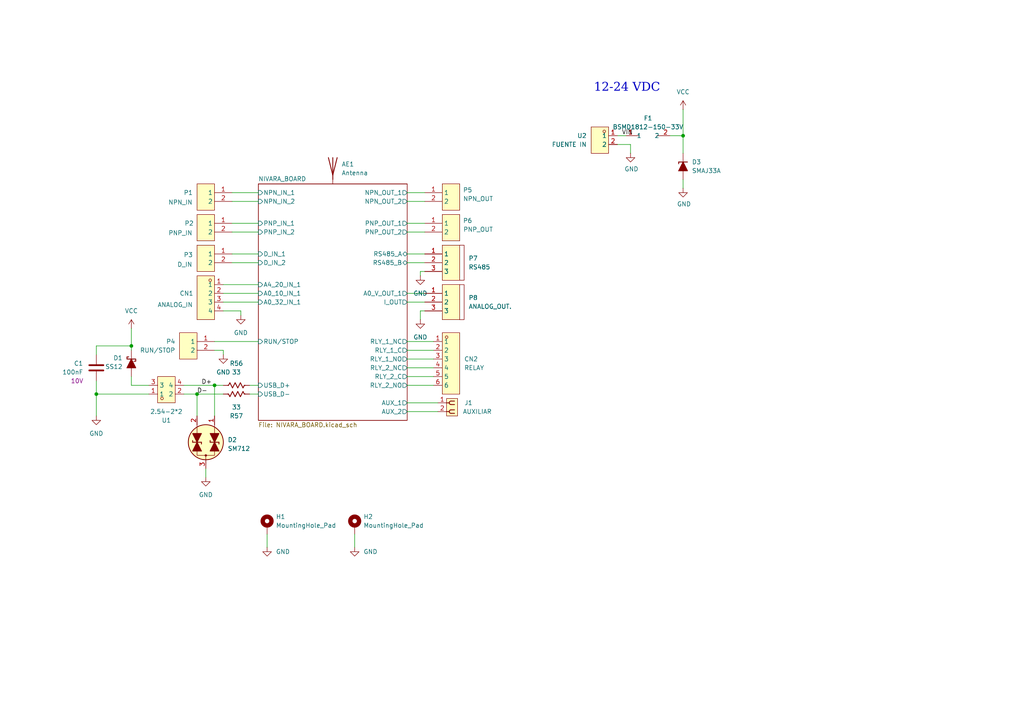
<source format=kicad_sch>
(kicad_sch
	(version 20250114)
	(generator "eeschema")
	(generator_version "9.0")
	(uuid "13184db0-a71d-4054-b13a-bbf46d2b100d")
	(paper "A4")
	(title_block
		(title "Nivara PCB")
		(date "2025-07-1")
		(rev "2025-07-1")
		(company "Instituto Tecnológico de las Américas")
	)
	(lib_symbols
		(symbol "EasyEDA:Antenna"
			(pin_numbers
				(hide yes)
			)
			(pin_names
				(offset 1.016)
				(hide yes)
			)
			(exclude_from_sim no)
			(in_bom yes)
			(on_board yes)
			(property "Reference" "AE"
				(at -1.905 1.905 0)
				(effects
					(font
						(size 1.27 1.27)
					)
					(justify right)
				)
			)
			(property "Value" "Antenna"
				(at -1.905 0 0)
				(effects
					(font
						(size 1.27 1.27)
					)
					(justify right)
				)
			)
			(property "Footprint" ""
				(at 0 0 0)
				(effects
					(font
						(size 1.27 1.27)
					)
					(hide yes)
				)
			)
			(property "Datasheet" "~"
				(at 0 0 0)
				(effects
					(font
						(size 1.27 1.27)
					)
					(hide yes)
				)
			)
			(property "Description" "Antenna"
				(at 0 0 0)
				(effects
					(font
						(size 1.27 1.27)
					)
					(hide yes)
				)
			)
			(property "ki_keywords" "antenna"
				(at 0 0 0)
				(effects
					(font
						(size 1.27 1.27)
					)
					(hide yes)
				)
			)
			(symbol "Antenna_0_1"
				(polyline
					(pts
						(xy 0 2.54) (xy 0 -3.81)
					)
					(stroke
						(width 0.254)
						(type default)
					)
					(fill
						(type none)
					)
				)
				(polyline
					(pts
						(xy 1.27 2.54) (xy 0 -2.54) (xy -1.27 2.54)
					)
					(stroke
						(width 0.254)
						(type default)
					)
					(fill
						(type none)
					)
				)
			)
			(symbol "Antenna_1_1"
				(pin input line
					(at 0 -5.08 90)
					(length 2.54)
					(name "A"
						(effects
							(font
								(size 1.27 1.27)
							)
						)
					)
					(number "1"
						(effects
							(font
								(size 1.27 1.27)
							)
						)
					)
				)
			)
			(embedded_fonts no)
		)
		(symbol "EasyEDA:BSMD1812-150-33V"
			(exclude_from_sim no)
			(in_bom yes)
			(on_board yes)
			(property "Reference" "F"
				(at 0 5.08 0)
				(effects
					(font
						(size 1.27 1.27)
					)
				)
			)
			(property "Value" "BSMD1812-150-33V"
				(at 0 -5.08 0)
				(effects
					(font
						(size 1.27 1.27)
					)
				)
			)
			(property "Footprint" "EasyEDA:F1812"
				(at 0 -7.62 0)
				(effects
					(font
						(size 1.27 1.27)
					)
					(hide yes)
				)
			)
			(property "Datasheet" "https://lcsc.com/product-detail/PTC-Resettable-Fuses_BHFUSE-BSMD1812-150-33V_C883154.html"
				(at 0 -10.16 0)
				(effects
					(font
						(size 1.27 1.27)
					)
					(hide yes)
				)
			)
			(property "Description" ""
				(at 0 0 0)
				(effects
					(font
						(size 1.27 1.27)
					)
					(hide yes)
				)
			)
			(property "LCSC Part" "C883154"
				(at 0 -12.7 0)
				(effects
					(font
						(size 1.27 1.27)
					)
					(hide yes)
				)
			)
			(symbol "BSMD1812-150-33V_0_1"
				(polyline
					(pts
						(xy -2.54 0) (xy -1.27 0)
					)
					(stroke
						(width 0)
						(type default)
					)
					(fill
						(type none)
					)
				)
				(polyline
					(pts
						(xy -1.27 0)
					)
					(stroke
						(width 0)
						(type default)
					)
					(fill
						(type background)
					)
				)
				(polyline
					(pts
						(xy 3.81 0) (xy 5.08 0)
					)
					(stroke
						(width 0)
						(type default)
					)
					(fill
						(type none)
					)
				)
				(pin unspecified line
					(at -5.08 0 0)
					(length 2.54)
					(name "1"
						(effects
							(font
								(size 1.27 1.27)
							)
						)
					)
					(number "1"
						(effects
							(font
								(size 1.27 1.27)
							)
						)
					)
				)
				(pin unspecified line
					(at 7.62 0 180)
					(length 2.54)
					(name "2"
						(effects
							(font
								(size 1.27 1.27)
							)
						)
					)
					(number "2"
						(effects
							(font
								(size 1.27 1.27)
							)
						)
					)
				)
			)
			(embedded_fonts no)
		)
		(symbol "EasyEDA:C_0603"
			(pin_numbers
				(hide yes)
			)
			(pin_names
				(offset 0.254)
			)
			(exclude_from_sim no)
			(in_bom yes)
			(on_board yes)
			(property "Reference" "C"
				(at 0.635 2.54 0)
				(effects
					(font
						(size 1.27 1.27)
					)
					(justify left)
				)
			)
			(property "Value" "C_0603"
				(at 0.635 -2.54 0)
				(effects
					(font
						(size 1.27 1.27)
					)
					(justify left)
				)
			)
			(property "Footprint" "PCM_Capacitor_SMD_AKL:C_0603_1608Metric"
				(at 0.9652 -3.81 0)
				(effects
					(font
						(size 1.27 1.27)
					)
					(hide yes)
				)
			)
			(property "Datasheet" "~"
				(at 0 0 0)
				(effects
					(font
						(size 1.27 1.27)
					)
					(hide yes)
				)
			)
			(property "Description" "SMD 0603 MLCC capacitor, Alternate KiCad Library"
				(at 0 0 0)
				(effects
					(font
						(size 1.27 1.27)
					)
					(hide yes)
				)
			)
			(property "ki_keywords" "cap capacitor ceramic chip mlcc smd 0603"
				(at 0 0 0)
				(effects
					(font
						(size 1.27 1.27)
					)
					(hide yes)
				)
			)
			(property "ki_fp_filters" "C_*"
				(at 0 0 0)
				(effects
					(font
						(size 1.27 1.27)
					)
					(hide yes)
				)
			)
			(symbol "C_0603_0_1"
				(polyline
					(pts
						(xy -2.032 0.762) (xy 2.032 0.762)
					)
					(stroke
						(width 0.508)
						(type default)
					)
					(fill
						(type none)
					)
				)
				(polyline
					(pts
						(xy -2.032 -0.762) (xy 2.032 -0.762)
					)
					(stroke
						(width 0.508)
						(type default)
					)
					(fill
						(type none)
					)
				)
			)
			(symbol "C_0603_0_2"
				(polyline
					(pts
						(xy -2.54 -2.54) (xy -0.381 -0.381)
					)
					(stroke
						(width 0)
						(type default)
					)
					(fill
						(type none)
					)
				)
				(polyline
					(pts
						(xy -0.508 -0.508) (xy -1.651 0.635)
					)
					(stroke
						(width 0.508)
						(type default)
					)
					(fill
						(type none)
					)
				)
				(polyline
					(pts
						(xy -0.508 -0.508) (xy 0.635 -1.651)
					)
					(stroke
						(width 0.508)
						(type default)
					)
					(fill
						(type none)
					)
				)
				(polyline
					(pts
						(xy 0.381 0.381) (xy 2.54 2.54)
					)
					(stroke
						(width 0)
						(type default)
					)
					(fill
						(type none)
					)
				)
				(polyline
					(pts
						(xy 0.508 0.508) (xy -0.635 1.651)
					)
					(stroke
						(width 0.508)
						(type default)
					)
					(fill
						(type none)
					)
				)
				(polyline
					(pts
						(xy 0.508 0.508) (xy 1.651 -0.635)
					)
					(stroke
						(width 0.508)
						(type default)
					)
					(fill
						(type none)
					)
				)
			)
			(symbol "C_0603_1_1"
				(pin passive line
					(at 0 3.81 270)
					(length 2.794)
					(name "~"
						(effects
							(font
								(size 1.27 1.27)
							)
						)
					)
					(number "1"
						(effects
							(font
								(size 1.27 1.27)
							)
						)
					)
				)
				(pin passive line
					(at 0 -3.81 90)
					(length 2.794)
					(name "~"
						(effects
							(font
								(size 1.27 1.27)
							)
						)
					)
					(number "2"
						(effects
							(font
								(size 1.27 1.27)
							)
						)
					)
				)
			)
			(symbol "C_0603_1_2"
				(pin passive line
					(at -2.54 -2.54 90)
					(length 0)
					(name "~"
						(effects
							(font
								(size 1.27 1.27)
							)
						)
					)
					(number "2"
						(effects
							(font
								(size 1.27 1.27)
							)
						)
					)
				)
				(pin passive line
					(at 2.54 2.54 270)
					(length 0)
					(name "~"
						(effects
							(font
								(size 1.27 1.27)
							)
						)
					)
					(number "1"
						(effects
							(font
								(size 1.27 1.27)
							)
						)
					)
				)
			)
			(embedded_fonts no)
		)
		(symbol "EasyEDA:DB128V-5.08-4P-GN-S"
			(exclude_from_sim no)
			(in_bom yes)
			(on_board yes)
			(property "Reference" "CN"
				(at 0 8.89 0)
				(effects
					(font
						(size 1.27 1.27)
					)
				)
			)
			(property "Value" "DB128V-5.08-4P-GN-S"
				(at 0 -8.89 0)
				(effects
					(font
						(size 1.27 1.27)
					)
				)
			)
			(property "Footprint" "EasyEDA:CONN-TH_4P-P5.08_DIBO_DB128V-5.08"
				(at 0 -11.43 0)
				(effects
					(font
						(size 1.27 1.27)
					)
					(hide yes)
				)
			)
			(property "Datasheet" ""
				(at 0 0 0)
				(effects
					(font
						(size 1.27 1.27)
					)
					(hide yes)
				)
			)
			(property "Description" ""
				(at 0 0 0)
				(effects
					(font
						(size 1.27 1.27)
					)
					(hide yes)
				)
			)
			(property "LCSC Part" "C2915641"
				(at 0 -13.97 0)
				(effects
					(font
						(size 1.27 1.27)
					)
					(hide yes)
				)
			)
			(symbol "DB128V-5.08-4P-GN-S_0_1"
				(rectangle
					(start -2.54 6.35)
					(end 2.54 -6.35)
					(stroke
						(width 0)
						(type default)
					)
					(fill
						(type background)
					)
				)
				(circle
					(center -1.27 5.08)
					(radius 0.38)
					(stroke
						(width 0)
						(type default)
					)
					(fill
						(type none)
					)
				)
				(pin unspecified line
					(at -5.08 3.81 0)
					(length 2.54)
					(name "1"
						(effects
							(font
								(size 1.27 1.27)
							)
						)
					)
					(number "1"
						(effects
							(font
								(size 1.27 1.27)
							)
						)
					)
				)
				(pin unspecified line
					(at -5.08 1.27 0)
					(length 2.54)
					(name "2"
						(effects
							(font
								(size 1.27 1.27)
							)
						)
					)
					(number "2"
						(effects
							(font
								(size 1.27 1.27)
							)
						)
					)
				)
				(pin unspecified line
					(at -5.08 -1.27 0)
					(length 2.54)
					(name "3"
						(effects
							(font
								(size 1.27 1.27)
							)
						)
					)
					(number "3"
						(effects
							(font
								(size 1.27 1.27)
							)
						)
					)
				)
				(pin unspecified line
					(at -5.08 -3.81 0)
					(length 2.54)
					(name "4"
						(effects
							(font
								(size 1.27 1.27)
							)
						)
					)
					(number "4"
						(effects
							(font
								(size 1.27 1.27)
							)
						)
					)
				)
			)
			(embedded_fonts no)
		)
		(symbol "EasyEDA:DB128V-5.08-6P-GN-S"
			(exclude_from_sim no)
			(in_bom yes)
			(on_board yes)
			(property "Reference" "CN"
				(at 0 11.43 0)
				(effects
					(font
						(size 1.27 1.27)
					)
				)
			)
			(property "Value" "DB128V-5.08-6P-GN-S"
				(at 0 -11.43 0)
				(effects
					(font
						(size 1.27 1.27)
					)
				)
			)
			(property "Footprint" "EasyEDA:CONN-TH_6P-P5.08_DIBO_DB128V-5.08"
				(at 0 -13.97 0)
				(effects
					(font
						(size 1.27 1.27)
					)
					(hide yes)
				)
			)
			(property "Datasheet" ""
				(at 0 0 0)
				(effects
					(font
						(size 1.27 1.27)
					)
					(hide yes)
				)
			)
			(property "Description" ""
				(at 0 0 0)
				(effects
					(font
						(size 1.27 1.27)
					)
					(hide yes)
				)
			)
			(property "LCSC Part" "C2915642"
				(at 0 -16.51 0)
				(effects
					(font
						(size 1.27 1.27)
					)
					(hide yes)
				)
			)
			(symbol "DB128V-5.08-6P-GN-S_0_1"
				(rectangle
					(start -2.54 8.89)
					(end 2.54 -8.89)
					(stroke
						(width 0)
						(type default)
					)
					(fill
						(type background)
					)
				)
				(circle
					(center -1.27 7.62)
					(radius 0.38)
					(stroke
						(width 0)
						(type default)
					)
					(fill
						(type none)
					)
				)
				(pin unspecified line
					(at -5.08 6.35 0)
					(length 2.54)
					(name "1"
						(effects
							(font
								(size 1.27 1.27)
							)
						)
					)
					(number "1"
						(effects
							(font
								(size 1.27 1.27)
							)
						)
					)
				)
				(pin unspecified line
					(at -5.08 3.81 0)
					(length 2.54)
					(name "2"
						(effects
							(font
								(size 1.27 1.27)
							)
						)
					)
					(number "2"
						(effects
							(font
								(size 1.27 1.27)
							)
						)
					)
				)
				(pin unspecified line
					(at -5.08 1.27 0)
					(length 2.54)
					(name "3"
						(effects
							(font
								(size 1.27 1.27)
							)
						)
					)
					(number "3"
						(effects
							(font
								(size 1.27 1.27)
							)
						)
					)
				)
				(pin unspecified line
					(at -5.08 -1.27 0)
					(length 2.54)
					(name "4"
						(effects
							(font
								(size 1.27 1.27)
							)
						)
					)
					(number "4"
						(effects
							(font
								(size 1.27 1.27)
							)
						)
					)
				)
				(pin unspecified line
					(at -5.08 -3.81 0)
					(length 2.54)
					(name "5"
						(effects
							(font
								(size 1.27 1.27)
							)
						)
					)
					(number "5"
						(effects
							(font
								(size 1.27 1.27)
							)
						)
					)
				)
				(pin unspecified line
					(at -5.08 -6.35 0)
					(length 2.54)
					(name "6"
						(effects
							(font
								(size 1.27 1.27)
							)
						)
					)
					(number "6"
						(effects
							(font
								(size 1.27 1.27)
							)
						)
					)
				)
			)
			(embedded_fonts no)
		)
		(symbol "EasyEDA:GND"
			(power)
			(pin_numbers
				(hide yes)
			)
			(pin_names
				(offset 0)
				(hide yes)
			)
			(exclude_from_sim no)
			(in_bom yes)
			(on_board yes)
			(property "Reference" "#PWR"
				(at 0 -6.35 0)
				(effects
					(font
						(size 1.27 1.27)
					)
					(hide yes)
				)
			)
			(property "Value" "GND"
				(at 0 -3.81 0)
				(effects
					(font
						(size 1.27 1.27)
					)
				)
			)
			(property "Footprint" ""
				(at 0 0 0)
				(effects
					(font
						(size 1.27 1.27)
					)
					(hide yes)
				)
			)
			(property "Datasheet" ""
				(at 0 0 0)
				(effects
					(font
						(size 1.27 1.27)
					)
					(hide yes)
				)
			)
			(property "Description" "Power symbol creates a global label with name \"GND\" , ground"
				(at 0 0 0)
				(effects
					(font
						(size 1.27 1.27)
					)
					(hide yes)
				)
			)
			(property "ki_keywords" "global power"
				(at 0 0 0)
				(effects
					(font
						(size 1.27 1.27)
					)
					(hide yes)
				)
			)
			(symbol "GND_0_1"
				(polyline
					(pts
						(xy 0 0) (xy 0 -1.27) (xy 1.27 -1.27) (xy 0 -2.54) (xy -1.27 -1.27) (xy 0 -1.27)
					)
					(stroke
						(width 0)
						(type default)
					)
					(fill
						(type none)
					)
				)
			)
			(symbol "GND_1_1"
				(pin power_in line
					(at 0 0 270)
					(length 0)
					(name "~"
						(effects
							(font
								(size 1.27 1.27)
							)
						)
					)
					(number "1"
						(effects
							(font
								(size 1.27 1.27)
							)
						)
					)
				)
			)
			(embedded_fonts no)
		)
		(symbol "EasyEDA:MountingHole_Pad"
			(pin_numbers
				(hide yes)
			)
			(pin_names
				(offset 1.016)
				(hide yes)
			)
			(exclude_from_sim no)
			(in_bom no)
			(on_board yes)
			(property "Reference" "H"
				(at 0 6.35 0)
				(effects
					(font
						(size 1.27 1.27)
					)
				)
			)
			(property "Value" "MountingHole_Pad"
				(at 0 4.445 0)
				(effects
					(font
						(size 1.27 1.27)
					)
				)
			)
			(property "Footprint" ""
				(at 0 0 0)
				(effects
					(font
						(size 1.27 1.27)
					)
					(hide yes)
				)
			)
			(property "Datasheet" "~"
				(at 0 0 0)
				(effects
					(font
						(size 1.27 1.27)
					)
					(hide yes)
				)
			)
			(property "Description" "Mounting Hole with connection"
				(at 0 0 0)
				(effects
					(font
						(size 1.27 1.27)
					)
					(hide yes)
				)
			)
			(property "ki_keywords" "mounting hole"
				(at 0 0 0)
				(effects
					(font
						(size 1.27 1.27)
					)
					(hide yes)
				)
			)
			(property "ki_fp_filters" "MountingHole*Pad*"
				(at 0 0 0)
				(effects
					(font
						(size 1.27 1.27)
					)
					(hide yes)
				)
			)
			(symbol "MountingHole_Pad_0_1"
				(circle
					(center 0 1.27)
					(radius 1.27)
					(stroke
						(width 1.27)
						(type default)
					)
					(fill
						(type none)
					)
				)
			)
			(symbol "MountingHole_Pad_1_1"
				(pin input line
					(at 0 -2.54 90)
					(length 2.54)
					(name "1"
						(effects
							(font
								(size 1.27 1.27)
							)
						)
					)
					(number "1"
						(effects
							(font
								(size 1.27 1.27)
							)
						)
					)
				)
			)
			(embedded_fonts no)
		)
		(symbol "EasyEDA:PINHD_1x2_Female"
			(exclude_from_sim no)
			(in_bom yes)
			(on_board yes)
			(property "Reference" "J"
				(at 0 7.62 0)
				(effects
					(font
						(size 1.27 1.27)
					)
				)
			)
			(property "Value" "PINHD_1x2_Female"
				(at 0 5.08 0)
				(effects
					(font
						(size 1.27 1.27)
					)
				)
			)
			(property "Footprint" "Connector_PinSocket_2.54mm:PinSocket_1x02_P2.54mm_Vertical"
				(at 2.54 10.16 0)
				(effects
					(font
						(size 1.27 1.27)
					)
					(hide yes)
				)
			)
			(property "Datasheet" ""
				(at 0 7.62 0)
				(effects
					(font
						(size 1.27 1.27)
					)
					(hide yes)
				)
			)
			(property "Description" "Pin Header female with pin space 2.54mm. Pin Count -2"
				(at 0 0 0)
				(effects
					(font
						(size 1.27 1.27)
					)
					(hide yes)
				)
			)
			(property "ki_keywords" "Pin Header"
				(at 0 0 0)
				(effects
					(font
						(size 1.27 1.27)
					)
					(hide yes)
				)
			)
			(property "ki_fp_filters" "PinSocket_1x02_P2.54mm*"
				(at 0 0 0)
				(effects
					(font
						(size 1.27 1.27)
					)
					(hide yes)
				)
			)
			(symbol "PINHD_1x2_Female_0_1"
				(rectangle
					(start -1.27 2.54)
					(end 1.905 -2.54)
					(stroke
						(width 0)
						(type default)
					)
					(fill
						(type background)
					)
				)
				(polyline
					(pts
						(xy -1.27 1.27) (xy -0.508 1.27)
					)
					(stroke
						(width 0.25)
						(type default)
					)
					(fill
						(type none)
					)
				)
				(polyline
					(pts
						(xy -1.27 -1.27) (xy -0.508 -1.27)
					)
					(stroke
						(width 0.25)
						(type default)
					)
					(fill
						(type none)
					)
				)
				(polyline
					(pts
						(xy 0 1.778) (xy 1.016 1.778)
					)
					(stroke
						(width 0.25)
						(type default)
					)
					(fill
						(type none)
					)
				)
				(arc
					(start -0.508 1.27)
					(mid -0.3592 1.6292)
					(end 0 1.778)
					(stroke
						(width 0.25)
						(type default)
					)
					(fill
						(type none)
					)
				)
				(arc
					(start 0 0.762)
					(mid -0.3592 0.9108)
					(end -0.508 1.27)
					(stroke
						(width 0.25)
						(type default)
					)
					(fill
						(type none)
					)
				)
				(polyline
					(pts
						(xy 0 0.762) (xy 1.016 0.762)
					)
					(stroke
						(width 0.25)
						(type default)
					)
					(fill
						(type none)
					)
				)
				(polyline
					(pts
						(xy 0 -0.762) (xy 1.016 -0.762)
					)
					(stroke
						(width 0.25)
						(type default)
					)
					(fill
						(type none)
					)
				)
				(arc
					(start -0.508 -1.27)
					(mid -0.3592 -0.9108)
					(end 0 -0.762)
					(stroke
						(width 0.25)
						(type default)
					)
					(fill
						(type none)
					)
				)
				(arc
					(start 0 -1.778)
					(mid -0.3592 -1.6292)
					(end -0.508 -1.27)
					(stroke
						(width 0.25)
						(type default)
					)
					(fill
						(type none)
					)
				)
				(polyline
					(pts
						(xy 0 -1.778) (xy 1.016 -1.778)
					)
					(stroke
						(width 0.25)
						(type default)
					)
					(fill
						(type none)
					)
				)
			)
			(symbol "PINHD_1x2_Female_1_1"
				(pin passive line
					(at -3.81 1.27 0)
					(length 2.54)
					(name ""
						(effects
							(font
								(size 1.27 1.27)
							)
						)
					)
					(number "1"
						(effects
							(font
								(size 1.27 1.27)
							)
						)
					)
				)
				(pin passive line
					(at -3.81 -1.27 0)
					(length 2.54)
					(name ""
						(effects
							(font
								(size 1.27 1.27)
							)
						)
					)
					(number "2"
						(effects
							(font
								(size 1.27 1.27)
							)
						)
					)
				)
			)
			(embedded_fonts no)
		)
		(symbol "EasyEDA:SM712"
			(pin_names
				(offset 1.016)
				(hide yes)
			)
			(exclude_from_sim no)
			(in_bom yes)
			(on_board yes)
			(property "Reference" "D"
				(at 0 8.89 0)
				(effects
					(font
						(size 1.27 1.27)
					)
				)
			)
			(property "Value" "SM712"
				(at 0 6.35 0)
				(effects
					(font
						(size 1.27 1.27)
					)
				)
			)
			(property "Footprint" "PCM_Package_TO_SOT_SMD_AKL:SOT-23"
				(at 0 8.89 0)
				(effects
					(font
						(size 1.27 1.27)
					)
					(hide yes)
				)
			)
			(property "Datasheet" "https://www.tme.eu/Document/75933fc1842e5f5f3391c0542bf992c7/SM712.pdf"
				(at 0 8.89 0)
				(effects
					(font
						(size 1.27 1.27)
					)
					(hide yes)
				)
			)
			(property "Description" "SOT-23 Dual bidirectional TVS diode, 12V/7V, 600W, Alternate KiCAD Library"
				(at 0 0 0)
				(effects
					(font
						(size 1.27 1.27)
					)
					(hide yes)
				)
			)
			(property "ki_keywords" "dual tvs diode bidirectional SM712"
				(at 0 0 0)
				(effects
					(font
						(size 1.27 1.27)
					)
					(hide yes)
				)
			)
			(symbol "SM712_0_1"
				(polyline
					(pts
						(xy -6.35 0) (xy -3.81 0)
					)
					(stroke
						(width 0)
						(type default)
					)
					(fill
						(type none)
					)
				)
				(circle
					(center -3.81 0)
					(radius 0.254)
					(stroke
						(width 0)
						(type default)
					)
					(fill
						(type outline)
					)
				)
				(polyline
					(pts
						(xy -2.54 2.54) (xy -3.81 2.54) (xy -3.81 -2.54) (xy -2.54 -2.54)
					)
					(stroke
						(width 0)
						(type default)
					)
					(fill
						(type none)
					)
				)
				(circle
					(center 0 0)
					(radius 5.08)
					(stroke
						(width 0.254)
						(type default)
					)
					(fill
						(type background)
					)
				)
				(polyline
					(pts
						(xy 2.54 2.54) (xy 5.08 2.54)
					)
					(stroke
						(width 0)
						(type default)
					)
					(fill
						(type none)
					)
				)
				(polyline
					(pts
						(xy 2.54 -2.54) (xy 5.08 -2.54)
					)
					(stroke
						(width 0)
						(type default)
					)
					(fill
						(type none)
					)
				)
			)
			(symbol "SM712_0_2"
				(polyline
					(pts
						(xy -2.54 5.08) (xy -2.54 -5.08)
					)
					(stroke
						(width 0.254)
						(type default)
					)
					(fill
						(type none)
					)
				)
				(polyline
					(pts
						(xy -2.54 0) (xy 0 0)
					)
					(stroke
						(width 0)
						(type default)
					)
					(fill
						(type none)
					)
				)
				(polyline
					(pts
						(xy 0 6.35) (xy 0 7.62)
					)
					(stroke
						(width 0)
						(type default)
					)
					(fill
						(type none)
					)
				)
				(arc
					(start -2.54 5.08)
					(mid 0 7.5976)
					(end 2.54 5.08)
					(stroke
						(width 0.254)
						(type default)
					)
					(fill
						(type none)
					)
				)
				(polyline
					(pts
						(xy 0 1.27) (xy 0 -1.27)
					)
					(stroke
						(width 0)
						(type default)
					)
					(fill
						(type none)
					)
				)
				(circle
					(center 0 0)
					(radius 0.254)
					(stroke
						(width 0)
						(type default)
					)
					(fill
						(type outline)
					)
				)
				(arc
					(start 2.54 -5.08)
					(mid 0 -7.5976)
					(end -2.54 -5.08)
					(stroke
						(width 0.254)
						(type default)
					)
					(fill
						(type none)
					)
				)
				(polyline
					(pts
						(xy 0 -6.35) (xy 0 -7.62)
					)
					(stroke
						(width 0)
						(type default)
					)
					(fill
						(type none)
					)
				)
				(polyline
					(pts
						(xy 0 -7.62) (xy -1.016 -7.366) (xy -1.778 -6.858) (xy -2.286 -6.096) (xy -2.54 -5.588) (xy -2.54 5.334)
						(xy -2.286 6.096) (xy -2.032 6.604) (xy -1.524 7.112) (xy -0.254 7.62) (xy 0.254 7.62) (xy 1.524 7.112)
						(xy 2.032 6.604) (xy 2.286 6.096) (xy 2.54 5.334) (xy 2.54 0.254) (xy 2.54 -5.334) (xy 2.286 -6.096)
						(xy 2.032 -6.604) (xy 1.524 -7.112) (xy 1.016 -7.366) (xy 0 -7.62)
					)
					(stroke
						(width 0.01)
						(type default)
					)
					(fill
						(type background)
					)
				)
				(polyline
					(pts
						(xy 2.54 -5.08) (xy 2.54 5.08)
					)
					(stroke
						(width 0.254)
						(type default)
					)
					(fill
						(type none)
					)
				)
			)
			(symbol "SM712_1_1"
				(polyline
					(pts
						(xy -2.54 1.27) (xy -2.54 3.81) (xy 0 2.54) (xy -2.54 1.27)
					)
					(stroke
						(width 0.254)
						(type default)
					)
					(fill
						(type outline)
					)
				)
				(polyline
					(pts
						(xy -2.54 -3.81) (xy -2.54 -1.27) (xy 0 -2.54) (xy -2.54 -3.81)
					)
					(stroke
						(width 0.254)
						(type default)
					)
					(fill
						(type outline)
					)
				)
				(polyline
					(pts
						(xy -1.27 2.54) (xy 1.27 2.54)
					)
					(stroke
						(width 0)
						(type default)
					)
					(fill
						(type none)
					)
				)
				(polyline
					(pts
						(xy -1.27 -2.54) (xy 1.27 -2.54)
					)
					(stroke
						(width 0)
						(type default)
					)
					(fill
						(type none)
					)
				)
				(polyline
					(pts
						(xy 0 3.81) (xy 0.508 3.81)
					)
					(stroke
						(width 0.254)
						(type default)
					)
					(fill
						(type none)
					)
				)
				(polyline
					(pts
						(xy 0 2.54) (xy 2.54 1.27) (xy 2.54 3.81) (xy 0 2.54)
					)
					(stroke
						(width 0.254)
						(type default)
					)
					(fill
						(type outline)
					)
				)
				(polyline
					(pts
						(xy 0 1.27) (xy -0.508 1.27)
					)
					(stroke
						(width 0.254)
						(type default)
					)
					(fill
						(type none)
					)
				)
				(polyline
					(pts
						(xy 0 1.27) (xy 0 3.81)
					)
					(stroke
						(width 0.254)
						(type default)
					)
					(fill
						(type none)
					)
				)
				(polyline
					(pts
						(xy 0 -1.27) (xy 0.508 -1.27)
					)
					(stroke
						(width 0.254)
						(type default)
					)
					(fill
						(type none)
					)
				)
				(polyline
					(pts
						(xy 0 -2.54) (xy 2.54 -3.81) (xy 2.54 -1.27) (xy 0 -2.54)
					)
					(stroke
						(width 0.254)
						(type default)
					)
					(fill
						(type outline)
					)
				)
				(polyline
					(pts
						(xy 0 -3.81) (xy -0.508 -3.81)
					)
					(stroke
						(width 0.254)
						(type default)
					)
					(fill
						(type none)
					)
				)
				(polyline
					(pts
						(xy 0 -3.81) (xy 0 -1.27)
					)
					(stroke
						(width 0.254)
						(type default)
					)
					(fill
						(type none)
					)
				)
				(pin passive line
					(at -7.62 0 0)
					(length 2.54)
					(name "Com"
						(effects
							(font
								(size 1.27 1.27)
							)
						)
					)
					(number "3"
						(effects
							(font
								(size 1.27 1.27)
							)
						)
					)
				)
				(pin passive line
					(at 7.62 2.54 180)
					(length 2.54)
					(name "A2"
						(effects
							(font
								(size 1.27 1.27)
							)
						)
					)
					(number "2"
						(effects
							(font
								(size 1.27 1.27)
							)
						)
					)
				)
				(pin passive line
					(at 7.62 -2.54 180)
					(length 2.54)
					(name "A1"
						(effects
							(font
								(size 1.27 1.27)
							)
						)
					)
					(number "1"
						(effects
							(font
								(size 1.27 1.27)
							)
						)
					)
				)
			)
			(symbol "SM712_1_2"
				(polyline
					(pts
						(xy -1.27 3.81) (xy -1.27 4.318)
					)
					(stroke
						(width 0.254)
						(type default)
					)
					(fill
						(type none)
					)
				)
				(polyline
					(pts
						(xy -1.27 -3.81) (xy -1.27 -3.302)
					)
					(stroke
						(width 0.254)
						(type default)
					)
					(fill
						(type none)
					)
				)
				(polyline
					(pts
						(xy 0 3.81) (xy 1.27 6.35) (xy -1.27 6.35) (xy 0 3.81)
					)
					(stroke
						(width 0.254)
						(type default)
					)
					(fill
						(type outline)
					)
				)
				(polyline
					(pts
						(xy 0 -3.81) (xy 1.27 -1.27) (xy -1.27 -1.27) (xy 0 -3.81)
					)
					(stroke
						(width 0.254)
						(type default)
					)
					(fill
						(type outline)
					)
				)
				(polyline
					(pts
						(xy 1.27 3.81) (xy -1.27 3.81)
					)
					(stroke
						(width 0.254)
						(type default)
					)
					(fill
						(type none)
					)
				)
				(polyline
					(pts
						(xy 1.27 3.81) (xy 1.27 3.302)
					)
					(stroke
						(width 0.254)
						(type default)
					)
					(fill
						(type none)
					)
				)
				(polyline
					(pts
						(xy 1.27 1.27) (xy -1.27 1.27) (xy 0 3.81) (xy 1.27 1.27)
					)
					(stroke
						(width 0.254)
						(type default)
					)
					(fill
						(type outline)
					)
				)
				(polyline
					(pts
						(xy 1.27 -3.81) (xy -1.27 -3.81)
					)
					(stroke
						(width 0.254)
						(type default)
					)
					(fill
						(type none)
					)
				)
				(polyline
					(pts
						(xy 1.27 -3.81) (xy 1.27 -4.318)
					)
					(stroke
						(width 0.254)
						(type default)
					)
					(fill
						(type none)
					)
				)
				(polyline
					(pts
						(xy 1.27 -6.35) (xy -1.27 -6.35) (xy 0 -3.81) (xy 1.27 -6.35)
					)
					(stroke
						(width 0.254)
						(type default)
					)
					(fill
						(type outline)
					)
				)
				(pin passive line
					(at -5.08 0 0)
					(length 2.54)
					(name "Com"
						(effects
							(font
								(size 1.27 1.27)
							)
						)
					)
					(number "3"
						(effects
							(font
								(size 1.27 1.27)
							)
						)
					)
				)
				(pin passive line
					(at 0 10.16 270)
					(length 2.54)
					(name "A2"
						(effects
							(font
								(size 1.27 1.27)
							)
						)
					)
					(number "2"
						(effects
							(font
								(size 1.27 1.27)
							)
						)
					)
				)
				(pin passive line
					(at 0 -10.16 90)
					(length 2.54)
					(name "A1"
						(effects
							(font
								(size 1.27 1.27)
							)
						)
					)
					(number "1"
						(effects
							(font
								(size 1.27 1.27)
							)
						)
					)
				)
			)
			(embedded_fonts no)
		)
		(symbol "EasyEDA:SMAJ33A"
			(pin_numbers
				(hide yes)
			)
			(pin_names
				(offset 1.016)
				(hide yes)
			)
			(exclude_from_sim no)
			(in_bom yes)
			(on_board yes)
			(property "Reference" "D"
				(at 0 5.08 0)
				(effects
					(font
						(size 1.27 1.27)
					)
				)
			)
			(property "Value" "SMAJ33A"
				(at 0 2.54 0)
				(effects
					(font
						(size 1.27 1.27)
					)
				)
			)
			(property "Footprint" "PCM_Diode_SMD_AKL:D_SMA"
				(at 0 0 0)
				(effects
					(font
						(size 1.27 1.27)
					)
					(hide yes)
				)
			)
			(property "Datasheet" "https://www.tme.eu/Document/dbc72d81c249fe51b6ab42300e8e06d0/SMAJ_ser.pdf"
				(at 0 0 0)
				(effects
					(font
						(size 1.27 1.27)
					)
					(hide yes)
				)
			)
			(property "Description" "SMA Unidirectional TVS diode, 33V, 400W, Alternate KiCAD Library"
				(at 0 0 0)
				(effects
					(font
						(size 1.27 1.27)
					)
					(hide yes)
				)
			)
			(property "ki_keywords" "diode unidirectional TVS SMAJ-A"
				(at 0 0 0)
				(effects
					(font
						(size 1.27 1.27)
					)
					(hide yes)
				)
			)
			(property "ki_fp_filters" "TO-???* *_Diode_* *SingleDiode* D_*"
				(at 0 0 0)
				(effects
					(font
						(size 1.27 1.27)
					)
					(hide yes)
				)
			)
			(symbol "SMAJ33A_0_1"
				(polyline
					(pts
						(xy -1.27 1.27) (xy -1.27 -1.27) (xy 1.27 0) (xy -1.27 1.27)
					)
					(stroke
						(width 0.254)
						(type default)
					)
					(fill
						(type outline)
					)
				)
				(polyline
					(pts
						(xy -1.27 0) (xy 1.27 0)
					)
					(stroke
						(width 0)
						(type default)
					)
					(fill
						(type none)
					)
				)
				(polyline
					(pts
						(xy 1.27 1.27) (xy 0.762 1.27)
					)
					(stroke
						(width 0.254)
						(type default)
					)
					(fill
						(type none)
					)
				)
				(polyline
					(pts
						(xy 1.27 -1.27) (xy 1.27 1.27)
					)
					(stroke
						(width 0.254)
						(type default)
					)
					(fill
						(type none)
					)
				)
			)
			(symbol "SMAJ33A_0_2"
				(polyline
					(pts
						(xy -2.54 -2.54) (xy 2.54 2.54)
					)
					(stroke
						(width 0)
						(type default)
					)
					(fill
						(type none)
					)
				)
				(polyline
					(pts
						(xy -0.889 -0.889) (xy -1.778 0) (xy 0.889 0.889) (xy 0 -1.778) (xy -0.889 -0.889)
					)
					(stroke
						(width 0.254)
						(type default)
					)
					(fill
						(type outline)
					)
				)
				(polyline
					(pts
						(xy 0 1.778) (xy -0.381 1.397)
					)
					(stroke
						(width 0.254)
						(type default)
					)
					(fill
						(type none)
					)
				)
				(polyline
					(pts
						(xy 0 1.778) (xy 1.778 0)
					)
					(stroke
						(width 0.254)
						(type default)
					)
					(fill
						(type none)
					)
				)
			)
			(symbol "SMAJ33A_1_1"
				(pin passive line
					(at -3.81 0 0)
					(length 2.54)
					(name "A"
						(effects
							(font
								(size 1.27 1.27)
							)
						)
					)
					(number "2"
						(effects
							(font
								(size 1.27 1.27)
							)
						)
					)
				)
				(pin passive line
					(at 3.81 0 180)
					(length 2.54)
					(name "K"
						(effects
							(font
								(size 1.27 1.27)
							)
						)
					)
					(number "1"
						(effects
							(font
								(size 1.27 1.27)
							)
						)
					)
				)
			)
			(symbol "SMAJ33A_1_2"
				(pin passive line
					(at -2.54 -2.54 0)
					(length 0)
					(name "A"
						(effects
							(font
								(size 1.27 1.27)
							)
						)
					)
					(number "2"
						(effects
							(font
								(size 1.27 1.27)
							)
						)
					)
				)
				(pin passive line
					(at 2.54 2.54 180)
					(length 0)
					(name "K"
						(effects
							(font
								(size 1.27 1.27)
							)
						)
					)
					(number "1"
						(effects
							(font
								(size 1.27 1.27)
							)
						)
					)
				)
			)
			(embedded_fonts no)
		)
		(symbol "EasyEDA:SS12"
			(pin_numbers
				(hide yes)
			)
			(pin_names
				(offset 1.016)
				(hide yes)
			)
			(exclude_from_sim no)
			(in_bom yes)
			(on_board yes)
			(property "Reference" "D"
				(at 0 5.08 0)
				(effects
					(font
						(size 1.27 1.27)
					)
				)
			)
			(property "Value" "SS12"
				(at 0 2.54 0)
				(effects
					(font
						(size 1.27 1.27)
					)
				)
			)
			(property "Footprint" "PCM_Diode_SMD_AKL:D_SMA"
				(at 0 0 0)
				(effects
					(font
						(size 1.27 1.27)
					)
					(hide yes)
				)
			)
			(property "Datasheet" "https://www.tme.eu/Document/39e1c2d2c354f63d74e9a2edb2156b4b/SS14-E3_61T.pdf"
				(at 0 0 0)
				(effects
					(font
						(size 1.27 1.27)
					)
					(hide yes)
				)
			)
			(property "Description" "SMA Schottky diode, 20V, 1A, Alternate KiCAD Library"
				(at 0 0 0)
				(effects
					(font
						(size 1.27 1.27)
					)
					(hide yes)
				)
			)
			(property "ki_keywords" "diode Schottky SS12"
				(at 0 0 0)
				(effects
					(font
						(size 1.27 1.27)
					)
					(hide yes)
				)
			)
			(property "ki_fp_filters" "TO-???* *_Diode_* *SingleDiode* D_*"
				(at 0 0 0)
				(effects
					(font
						(size 1.27 1.27)
					)
					(hide yes)
				)
			)
			(symbol "SS12_0_1"
				(polyline
					(pts
						(xy -1.27 0) (xy 1.27 0)
					)
					(stroke
						(width 0)
						(type default)
					)
					(fill
						(type none)
					)
				)
				(polyline
					(pts
						(xy -1.27 -1.27) (xy -1.27 1.27) (xy 1.27 0) (xy -1.27 -1.27)
					)
					(stroke
						(width 0.254)
						(type default)
					)
					(fill
						(type outline)
					)
				)
				(polyline
					(pts
						(xy 1.905 -0.762) (xy 1.905 -1.27) (xy 1.27 -1.27) (xy 1.27 1.27) (xy 0.635 1.27) (xy 0.635 0.762)
					)
					(stroke
						(width 0.254)
						(type default)
					)
					(fill
						(type none)
					)
				)
			)
			(symbol "SS12_0_2"
				(polyline
					(pts
						(xy -2.54 -2.54) (xy 2.54 2.54)
					)
					(stroke
						(width 0)
						(type default)
					)
					(fill
						(type none)
					)
				)
				(polyline
					(pts
						(xy -0.889 -0.889) (xy -1.778 0) (xy 0.889 0.889) (xy 0 -1.778) (xy -0.889 -0.889)
					)
					(stroke
						(width 0.254)
						(type default)
					)
					(fill
						(type outline)
					)
				)
				(polyline
					(pts
						(xy 0 1.778) (xy 1.778 0)
					)
					(stroke
						(width 0.254)
						(type default)
					)
					(fill
						(type none)
					)
				)
				(polyline
					(pts
						(xy 0 1.778) (xy -0.381 1.397) (xy 0 1.016)
					)
					(stroke
						(width 0.254)
						(type default)
					)
					(fill
						(type none)
					)
				)
				(polyline
					(pts
						(xy 1.778 0) (xy 2.159 0.381) (xy 1.778 0.762)
					)
					(stroke
						(width 0.254)
						(type default)
					)
					(fill
						(type none)
					)
				)
			)
			(symbol "SS12_1_1"
				(pin passive line
					(at -3.81 0 0)
					(length 2.54)
					(name "A"
						(effects
							(font
								(size 1.27 1.27)
							)
						)
					)
					(number "2"
						(effects
							(font
								(size 1.27 1.27)
							)
						)
					)
				)
				(pin passive line
					(at 3.81 0 180)
					(length 2.54)
					(name "K"
						(effects
							(font
								(size 1.27 1.27)
							)
						)
					)
					(number "1"
						(effects
							(font
								(size 1.27 1.27)
							)
						)
					)
				)
			)
			(symbol "SS12_1_2"
				(pin passive line
					(at -2.54 -2.54 0)
					(length 0)
					(name "A"
						(effects
							(font
								(size 1.27 1.27)
							)
						)
					)
					(number "2"
						(effects
							(font
								(size 1.27 1.27)
							)
						)
					)
				)
				(pin passive line
					(at 2.54 2.54 180)
					(length 0)
					(name "K"
						(effects
							(font
								(size 1.27 1.27)
							)
						)
					)
					(number "1"
						(effects
							(font
								(size 1.27 1.27)
							)
						)
					)
				)
			)
			(embedded_fonts no)
		)
		(symbol "EasyEDA:VCC"
			(power)
			(pin_numbers
				(hide yes)
			)
			(pin_names
				(offset 0)
				(hide yes)
			)
			(exclude_from_sim no)
			(in_bom yes)
			(on_board yes)
			(property "Reference" "#PWR"
				(at 0 -3.81 0)
				(effects
					(font
						(size 1.27 1.27)
					)
					(hide yes)
				)
			)
			(property "Value" "VCC"
				(at 0 3.556 0)
				(effects
					(font
						(size 1.27 1.27)
					)
				)
			)
			(property "Footprint" ""
				(at 0 0 0)
				(effects
					(font
						(size 1.27 1.27)
					)
					(hide yes)
				)
			)
			(property "Datasheet" ""
				(at 0 0 0)
				(effects
					(font
						(size 1.27 1.27)
					)
					(hide yes)
				)
			)
			(property "Description" "Power symbol creates a global label with name \"VCC\""
				(at 0 0 0)
				(effects
					(font
						(size 1.27 1.27)
					)
					(hide yes)
				)
			)
			(property "ki_keywords" "global power"
				(at 0 0 0)
				(effects
					(font
						(size 1.27 1.27)
					)
					(hide yes)
				)
			)
			(symbol "VCC_0_1"
				(polyline
					(pts
						(xy -0.762 1.27) (xy 0 2.54)
					)
					(stroke
						(width 0)
						(type default)
					)
					(fill
						(type none)
					)
				)
				(polyline
					(pts
						(xy 0 2.54) (xy 0.762 1.27)
					)
					(stroke
						(width 0)
						(type default)
					)
					(fill
						(type none)
					)
				)
				(polyline
					(pts
						(xy 0 0) (xy 0 2.54)
					)
					(stroke
						(width 0)
						(type default)
					)
					(fill
						(type none)
					)
				)
			)
			(symbol "VCC_1_1"
				(pin power_in line
					(at 0 0 90)
					(length 0)
					(name "~"
						(effects
							(font
								(size 1.27 1.27)
							)
						)
					)
					(number "1"
						(effects
							(font
								(size 1.27 1.27)
							)
						)
					)
				)
			)
			(embedded_fonts no)
		)
		(symbol "EasyEDA:WJ500V-5.08-2P-14-00A"
			(exclude_from_sim no)
			(in_bom yes)
			(on_board yes)
			(property "Reference" "P"
				(at 0 0 0)
				(effects
					(font
						(size 1.27 1.27)
					)
				)
			)
			(property "Value" "WJ500V-5.08-2P-14-00A"
				(at 0 -10.16 0)
				(effects
					(font
						(size 1.27 1.27)
					)
				)
			)
			(property "Footprint" "EasyEDA:CONN-TH_2P-P5.00_WJ500V-5.08-2P"
				(at 0 -12.7 0)
				(effects
					(font
						(size 1.27 1.27)
					)
					(hide yes)
				)
			)
			(property "Datasheet" "https://lcsc.com/product-detail/Terminal-Blocks_WJ500V-5-08-2P_C8465.html"
				(at 0 -15.24 0)
				(effects
					(font
						(size 1.27 1.27)
					)
					(hide yes)
				)
			)
			(property "Description" ""
				(at 0 0 0)
				(effects
					(font
						(size 1.27 1.27)
					)
					(hide yes)
				)
			)
			(property "LCSC Part" "C8465"
				(at 0 -17.78 0)
				(effects
					(font
						(size 1.27 1.27)
					)
					(hide yes)
				)
			)
			(symbol "WJ500V-5.08-2P-14-00A_0_1"
				(rectangle
					(start -3.81 5.08)
					(end 3.81 0)
					(stroke
						(width 0)
						(type default)
					)
					(fill
						(type background)
					)
				)
				(pin unspecified line
					(at -1.27 -5.08 90)
					(length 5.08)
					(name "1"
						(effects
							(font
								(size 1.27 1.27)
							)
						)
					)
					(number "1"
						(effects
							(font
								(size 1.27 1.27)
							)
						)
					)
				)
				(pin unspecified line
					(at 1.27 -5.08 90)
					(length 5.08)
					(name "2"
						(effects
							(font
								(size 1.27 1.27)
							)
						)
					)
					(number "2"
						(effects
							(font
								(size 1.27 1.27)
							)
						)
					)
				)
			)
			(embedded_fonts no)
		)
		(symbol "EasyEDA:WJ500V-5.08-3P-14-00A"
			(exclude_from_sim no)
			(in_bom yes)
			(on_board yes)
			(property "Reference" "P"
				(at 0 0 0)
				(effects
					(font
						(size 1.27 1.27)
					)
				)
			)
			(property "Value" "WJ500V-5.08-3P-14-00A"
				(at 0 -10.16 0)
				(effects
					(font
						(size 1.27 1.27)
					)
				)
			)
			(property "Footprint" "EasyEDA:CONN-TH_3P-P5.00_WJ500V-5.08-3P"
				(at 0 -12.7 0)
				(effects
					(font
						(size 1.27 1.27)
					)
					(hide yes)
				)
			)
			(property "Datasheet" "https://lcsc.com/product-detail/Terminal-Blocks_WJ500V-5-08-3P_C72334.html"
				(at 0 -15.24 0)
				(effects
					(font
						(size 1.27 1.27)
					)
					(hide yes)
				)
			)
			(property "Description" ""
				(at 0 0 0)
				(effects
					(font
						(size 1.27 1.27)
					)
					(hide yes)
				)
			)
			(property "LCSC Part" "C72334"
				(at 0 -17.78 0)
				(effects
					(font
						(size 1.27 1.27)
					)
					(hide yes)
				)
			)
			(symbol "WJ500V-5.08-3P-14-00A_0_1"
				(rectangle
					(start -5.08 5.08)
					(end 5.08 0)
					(stroke
						(width 0)
						(type default)
					)
					(fill
						(type background)
					)
				)
				(polyline
					(pts
						(xy -5.08 5.08) (xy -5.08 6.35) (xy 5.08 6.35) (xy 5.08 5.08)
					)
					(stroke
						(width 0)
						(type default)
					)
					(fill
						(type none)
					)
				)
				(pin unspecified line
					(at -2.54 -5.08 90)
					(length 5.08)
					(name "1"
						(effects
							(font
								(size 1.27 1.27)
							)
						)
					)
					(number "1"
						(effects
							(font
								(size 1.27 1.27)
							)
						)
					)
				)
				(pin unspecified line
					(at 0 -5.08 90)
					(length 5.08)
					(name "2"
						(effects
							(font
								(size 1.27 1.27)
							)
						)
					)
					(number "2"
						(effects
							(font
								(size 1.27 1.27)
							)
						)
					)
				)
				(pin unspecified line
					(at 2.54 -5.08 90)
					(length 5.08)
					(name "3"
						(effects
							(font
								(size 1.27 1.27)
							)
						)
					)
					(number "3"
						(effects
							(font
								(size 1.27 1.27)
							)
						)
					)
				)
			)
			(embedded_fonts no)
		)
		(symbol "EasyEDA:XY126V-5.0-2P"
			(exclude_from_sim no)
			(in_bom yes)
			(on_board yes)
			(property "Reference" "U"
				(at 0 6.35 0)
				(effects
					(font
						(size 1.27 1.27)
					)
				)
			)
			(property "Value" "XY126V-5.0-2P"
				(at 0 -6.35 0)
				(effects
					(font
						(size 1.27 1.27)
					)
				)
			)
			(property "Footprint" "EasyEDA:CONN-TH_XY126V-5.0-2P"
				(at 0 -8.89 0)
				(effects
					(font
						(size 1.27 1.27)
					)
					(hide yes)
				)
			)
			(property "Datasheet" "https://lcsc.com/product-detail/Screw-terminal_XY126V-5-0-2P_C557646.html"
				(at 0 -11.43 0)
				(effects
					(font
						(size 1.27 1.27)
					)
					(hide yes)
				)
			)
			(property "Description" ""
				(at 0 0 0)
				(effects
					(font
						(size 1.27 1.27)
					)
					(hide yes)
				)
			)
			(property "LCSC Part" "C557646"
				(at 0 -13.97 0)
				(effects
					(font
						(size 1.27 1.27)
					)
					(hide yes)
				)
			)
			(symbol "XY126V-5.0-2P_0_1"
				(rectangle
					(start -2.54 3.81)
					(end 2.54 -3.81)
					(stroke
						(width 0)
						(type default)
					)
					(fill
						(type background)
					)
				)
				(circle
					(center -1.27 2.54)
					(radius 0.38)
					(stroke
						(width 0)
						(type default)
					)
					(fill
						(type none)
					)
				)
				(pin unspecified line
					(at -5.08 1.27 0)
					(length 2.54)
					(name "1"
						(effects
							(font
								(size 1.27 1.27)
							)
						)
					)
					(number "1"
						(effects
							(font
								(size 1.27 1.27)
							)
						)
					)
				)
				(pin unspecified line
					(at -5.08 -1.27 0)
					(length 2.54)
					(name "2"
						(effects
							(font
								(size 1.27 1.27)
							)
						)
					)
					(number "2"
						(effects
							(font
								(size 1.27 1.27)
							)
						)
					)
				)
			)
			(embedded_fonts no)
		)
		(symbol "EasyEda:2.54-2*2"
			(exclude_from_sim no)
			(in_bom yes)
			(on_board yes)
			(property "Reference" "U"
				(at 0 6.35 0)
				(effects
					(font
						(size 1.27 1.27)
					)
				)
			)
			(property "Value" "2.54-2*2"
				(at 0 -6.35 0)
				(effects
					(font
						(size 1.27 1.27)
					)
				)
			)
			(property "Footprint" "EasyEDA:HDR-TH_4P-P2.54-V-F-R2-C2-S2.54"
				(at 0 -8.89 0)
				(effects
					(font
						(size 1.27 1.27)
					)
					(hide yes)
				)
			)
			(property "Datasheet" ""
				(at 0 0 0)
				(effects
					(font
						(size 1.27 1.27)
					)
					(hide yes)
				)
			)
			(property "Description" ""
				(at 0 0 0)
				(effects
					(font
						(size 1.27 1.27)
					)
					(hide yes)
				)
			)
			(property "LCSC Part" "C2977590"
				(at 0 -11.43 0)
				(effects
					(font
						(size 1.27 1.27)
					)
					(hide yes)
				)
			)
			(symbol "2.54-2*2_0_1"
				(rectangle
					(start -2.54 3.81)
					(end 2.54 -3.81)
					(stroke
						(width 0)
						(type default)
					)
					(fill
						(type background)
					)
				)
				(circle
					(center -1.27 2.54)
					(radius 0.38)
					(stroke
						(width 0)
						(type default)
					)
					(fill
						(type none)
					)
				)
				(pin unspecified line
					(at -5.08 1.27 0)
					(length 2.54)
					(name "1"
						(effects
							(font
								(size 1.27 1.27)
							)
						)
					)
					(number "1"
						(effects
							(font
								(size 1.27 1.27)
							)
						)
					)
				)
				(pin unspecified line
					(at -5.08 -1.27 0)
					(length 2.54)
					(name "3"
						(effects
							(font
								(size 1.27 1.27)
							)
						)
					)
					(number "3"
						(effects
							(font
								(size 1.27 1.27)
							)
						)
					)
				)
				(pin unspecified line
					(at 5.08 1.27 180)
					(length 2.54)
					(name "2"
						(effects
							(font
								(size 1.27 1.27)
							)
						)
					)
					(number "2"
						(effects
							(font
								(size 1.27 1.27)
							)
						)
					)
				)
				(pin unspecified line
					(at 5.08 -1.27 180)
					(length 2.54)
					(name "4"
						(effects
							(font
								(size 1.27 1.27)
							)
						)
					)
					(number "4"
						(effects
							(font
								(size 1.27 1.27)
							)
						)
					)
				)
			)
			(embedded_fonts no)
		)
		(symbol "EasyEda:R_0603"
			(pin_numbers
				(hide yes)
			)
			(pin_names
				(offset 0)
			)
			(exclude_from_sim no)
			(in_bom yes)
			(on_board yes)
			(property "Reference" "R"
				(at 2.54 1.27 0)
				(effects
					(font
						(size 1.27 1.27)
					)
					(justify left)
				)
			)
			(property "Value" "R_0603"
				(at 2.54 -1.27 0)
				(effects
					(font
						(size 1.27 1.27)
					)
					(justify left)
				)
			)
			(property "Footprint" "PCM_Resistor_SMD_AKL:R_0603_1608Metric"
				(at 0 -11.43 0)
				(effects
					(font
						(size 1.27 1.27)
					)
					(hide yes)
				)
			)
			(property "Datasheet" "~"
				(at 0 0 0)
				(effects
					(font
						(size 1.27 1.27)
					)
					(hide yes)
				)
			)
			(property "Description" "SMD 0603 Chip Resistor, US Symbol, Alternate KiCad Library"
				(at 0 0 0)
				(effects
					(font
						(size 1.27 1.27)
					)
					(hide yes)
				)
			)
			(property "ki_keywords" "R res resistor us SMD 0603"
				(at 0 0 0)
				(effects
					(font
						(size 1.27 1.27)
					)
					(hide yes)
				)
			)
			(property "ki_fp_filters" "R_*"
				(at 0 0 0)
				(effects
					(font
						(size 1.27 1.27)
					)
					(hide yes)
				)
			)
			(symbol "R_0603_0_1"
				(polyline
					(pts
						(xy 0 2.286) (xy 0 2.54)
					)
					(stroke
						(width 0.254)
						(type default)
					)
					(fill
						(type none)
					)
				)
				(polyline
					(pts
						(xy 0 2.286) (xy 0.762 1.905) (xy -0.762 1.143) (xy 0 0.762) (xy 0.762 0.381) (xy 0 0) (xy -0.762 -0.381)
						(xy 0 -0.762) (xy 0.762 -1.143) (xy 0 -1.524) (xy -0.762 -1.905) (xy 0 -2.286)
					)
					(stroke
						(width 0.254)
						(type default)
					)
					(fill
						(type none)
					)
				)
				(polyline
					(pts
						(xy 0 -2.286) (xy 0 -2.54)
					)
					(stroke
						(width 0.254)
						(type default)
					)
					(fill
						(type none)
					)
				)
			)
			(symbol "R_0603_0_2"
				(polyline
					(pts
						(xy -2.54 -2.54) (xy -1.778 -1.778)
					)
					(stroke
						(width 0)
						(type default)
					)
					(fill
						(type none)
					)
				)
				(polyline
					(pts
						(xy -1.778 -1.778) (xy -1.524 -1.524)
					)
					(stroke
						(width 0.254)
						(type default)
					)
					(fill
						(type none)
					)
				)
				(polyline
					(pts
						(xy -1.524 -1.524) (xy -1.778 -0.762) (xy -1.016 -1.016)
					)
					(stroke
						(width 0.254)
						(type default)
					)
					(fill
						(type none)
					)
				)
				(polyline
					(pts
						(xy -0.508 -0.508) (xy -0.762 0.254) (xy 0 0)
					)
					(stroke
						(width 0.254)
						(type default)
					)
					(fill
						(type none)
					)
				)
				(polyline
					(pts
						(xy -0.508 -0.508) (xy -0.254 -1.27) (xy -1.016 -1.016)
					)
					(stroke
						(width 0.254)
						(type default)
					)
					(fill
						(type none)
					)
				)
				(polyline
					(pts
						(xy 0.508 0.508) (xy 0.254 1.27) (xy 1.016 1.016)
					)
					(stroke
						(width 0.254)
						(type default)
					)
					(fill
						(type none)
					)
				)
				(polyline
					(pts
						(xy 0.508 0.508) (xy 0.762 -0.254) (xy 0 0)
					)
					(stroke
						(width 0.254)
						(type default)
					)
					(fill
						(type none)
					)
				)
				(polyline
					(pts
						(xy 1.524 1.524) (xy 1.778 0.762) (xy 1.016 1.016)
					)
					(stroke
						(width 0.254)
						(type default)
					)
					(fill
						(type none)
					)
				)
				(polyline
					(pts
						(xy 1.778 1.778) (xy 1.524 1.524)
					)
					(stroke
						(width 0.254)
						(type default)
					)
					(fill
						(type none)
					)
				)
				(polyline
					(pts
						(xy 1.778 1.778) (xy 2.54 2.54)
					)
					(stroke
						(width 0)
						(type default)
					)
					(fill
						(type none)
					)
				)
			)
			(symbol "R_0603_1_1"
				(pin passive line
					(at 0 3.81 270)
					(length 1.27)
					(name "~"
						(effects
							(font
								(size 1.27 1.27)
							)
						)
					)
					(number "1"
						(effects
							(font
								(size 1.27 1.27)
							)
						)
					)
				)
				(pin passive line
					(at 0 -3.81 90)
					(length 1.27)
					(name "~"
						(effects
							(font
								(size 1.27 1.27)
							)
						)
					)
					(number "2"
						(effects
							(font
								(size 1.27 1.27)
							)
						)
					)
				)
			)
			(symbol "R_0603_1_2"
				(pin passive line
					(at -2.54 -2.54 0)
					(length 0)
					(name ""
						(effects
							(font
								(size 1.27 1.27)
							)
						)
					)
					(number "2"
						(effects
							(font
								(size 1.27 1.27)
							)
						)
					)
				)
				(pin passive line
					(at 2.54 2.54 180)
					(length 0)
					(name ""
						(effects
							(font
								(size 1.27 1.27)
							)
						)
					)
					(number "1"
						(effects
							(font
								(size 1.27 1.27)
							)
						)
					)
				)
			)
			(embedded_fonts no)
		)
	)
	(text "12-24 VDC"
		(exclude_from_sim no)
		(at 181.864 26.162 0)
		(effects
			(font
				(face "Cambria")
				(size 2.5 2.5)
			)
		)
		(uuid "1c3cf312-30b0-4c4e-ba26-23040ff7c84a")
	)
	(junction
		(at 62.23 111.76)
		(diameter 0)
		(color 0 0 0 0)
		(uuid "10bf9149-acc4-4f5d-b432-f470fb80b016")
	)
	(junction
		(at 27.94 114.3)
		(diameter 0)
		(color 0 0 0 0)
		(uuid "51618aa3-72ff-4471-8781-23ef60b6bf14")
	)
	(junction
		(at 198.12 39.37)
		(diameter 0)
		(color 0 0 0 0)
		(uuid "5e025f07-95d3-47dd-8162-6b9ba4489dcb")
	)
	(junction
		(at 38.1 100.33)
		(diameter 0)
		(color 0 0 0 0)
		(uuid "680081a6-7980-4c6f-a28a-c4ff7ac8ab49")
	)
	(junction
		(at 57.15 114.3)
		(diameter 0)
		(color 0 0 0 0)
		(uuid "a3702f6d-2036-44ba-bbbe-ef504f92425a")
	)
	(wire
		(pts
			(xy 38.1 101.6) (xy 38.1 100.33)
		)
		(stroke
			(width 0)
			(type default)
		)
		(uuid "03e0cea6-37a9-434f-b445-5ffb835dd173")
	)
	(wire
		(pts
			(xy 121.92 90.17) (xy 123.19 90.17)
		)
		(stroke
			(width 0)
			(type default)
		)
		(uuid "07cdbd91-c53c-4459-93ca-b256e2bcaa18")
	)
	(wire
		(pts
			(xy 118.11 76.2) (xy 123.19 76.2)
		)
		(stroke
			(width 0)
			(type default)
		)
		(uuid "08cae49a-b540-4c1b-861d-7b69143a99aa")
	)
	(wire
		(pts
			(xy 64.77 87.63) (xy 74.93 87.63)
		)
		(stroke
			(width 0)
			(type default)
		)
		(uuid "0c36abc8-28c7-416c-8cc0-50a747937977")
	)
	(wire
		(pts
			(xy 118.11 64.77) (xy 123.19 64.77)
		)
		(stroke
			(width 0)
			(type default)
		)
		(uuid "0d346423-4e7f-46ca-90e8-f68f241ad3ae")
	)
	(wire
		(pts
			(xy 62.23 111.76) (xy 62.23 120.65)
		)
		(stroke
			(width 0)
			(type default)
		)
		(uuid "0e626c25-5238-49f9-8632-07237ae0a703")
	)
	(wire
		(pts
			(xy 67.31 67.31) (xy 74.93 67.31)
		)
		(stroke
			(width 0)
			(type default)
		)
		(uuid "12981659-f271-4cb4-9473-d0495f19104c")
	)
	(wire
		(pts
			(xy 62.23 111.76) (xy 64.77 111.76)
		)
		(stroke
			(width 0)
			(type default)
		)
		(uuid "15424cfc-5821-47f0-a90e-c1b11891ce55")
	)
	(wire
		(pts
			(xy 198.12 39.37) (xy 198.12 44.45)
		)
		(stroke
			(width 0)
			(type default)
		)
		(uuid "15534904-ecad-43b2-83cf-3f29f887ac55")
	)
	(wire
		(pts
			(xy 67.31 73.66) (xy 74.93 73.66)
		)
		(stroke
			(width 0)
			(type default)
		)
		(uuid "2034631d-6abc-4c97-ab30-97bca3c0f5af")
	)
	(wire
		(pts
			(xy 118.11 58.42) (xy 123.19 58.42)
		)
		(stroke
			(width 0)
			(type default)
		)
		(uuid "2035fb1a-43cf-42de-acef-b5fb2b2b6b13")
	)
	(wire
		(pts
			(xy 118.11 106.68) (xy 125.73 106.68)
		)
		(stroke
			(width 0)
			(type default)
		)
		(uuid "22b18afd-6531-4b4c-89c4-9c863eac6f77")
	)
	(wire
		(pts
			(xy 67.31 76.2) (xy 74.93 76.2)
		)
		(stroke
			(width 0)
			(type default)
		)
		(uuid "268866cb-5bb2-4e73-8c9e-4bad64eabe99")
	)
	(wire
		(pts
			(xy 118.11 109.22) (xy 125.73 109.22)
		)
		(stroke
			(width 0)
			(type default)
		)
		(uuid "314196b6-b3ef-4828-90cc-5215e6e95137")
	)
	(wire
		(pts
			(xy 69.85 90.17) (xy 64.77 90.17)
		)
		(stroke
			(width 0)
			(type default)
		)
		(uuid "37313085-ff5a-4174-90eb-ec4b39688943")
	)
	(wire
		(pts
			(xy 182.88 41.91) (xy 179.07 41.91)
		)
		(stroke
			(width 0)
			(type default)
		)
		(uuid "42d023e2-636f-463b-9e16-8fb15f44ba07")
	)
	(wire
		(pts
			(xy 194.31 39.37) (xy 198.12 39.37)
		)
		(stroke
			(width 0)
			(type default)
		)
		(uuid "452fea85-f58c-4378-8176-ec1365ad0e77")
	)
	(wire
		(pts
			(xy 57.15 114.3) (xy 64.77 114.3)
		)
		(stroke
			(width 0)
			(type default)
		)
		(uuid "46cc3158-adc4-4a8a-adc0-ef184764cce7")
	)
	(wire
		(pts
			(xy 64.77 102.87) (xy 64.77 101.6)
		)
		(stroke
			(width 0)
			(type default)
		)
		(uuid "501c9a6f-8ae9-42c2-a45d-357eae662b92")
	)
	(wire
		(pts
			(xy 198.12 31.75) (xy 198.12 39.37)
		)
		(stroke
			(width 0)
			(type default)
		)
		(uuid "53118cc2-3491-4761-9c45-35d55154ec5e")
	)
	(wire
		(pts
			(xy 118.11 101.6) (xy 125.73 101.6)
		)
		(stroke
			(width 0)
			(type default)
		)
		(uuid "55e3104e-9de9-442f-b755-0e1b2d6a062b")
	)
	(wire
		(pts
			(xy 118.11 85.09) (xy 123.19 85.09)
		)
		(stroke
			(width 0)
			(type default)
		)
		(uuid "57c78e63-2660-4117-bcff-7cc719172e4b")
	)
	(wire
		(pts
			(xy 67.31 64.77) (xy 74.93 64.77)
		)
		(stroke
			(width 0)
			(type default)
		)
		(uuid "57eb99ff-376e-4998-b7f0-d58d1dcac1a8")
	)
	(wire
		(pts
			(xy 53.34 111.76) (xy 62.23 111.76)
		)
		(stroke
			(width 0)
			(type default)
		)
		(uuid "5c4f4ead-6b40-4d60-bba2-5c40d21c4dc3")
	)
	(wire
		(pts
			(xy 72.39 111.76) (xy 74.93 111.76)
		)
		(stroke
			(width 0)
			(type default)
		)
		(uuid "5d4e7a2f-e0f0-4171-b9df-e79f208e1ec0")
	)
	(wire
		(pts
			(xy 67.31 58.42) (xy 74.93 58.42)
		)
		(stroke
			(width 0)
			(type default)
		)
		(uuid "6743452f-c3f1-4a22-b814-de3dd7798c61")
	)
	(wire
		(pts
			(xy 57.15 114.3) (xy 57.15 120.65)
		)
		(stroke
			(width 0)
			(type default)
		)
		(uuid "6b4da1ea-bb63-41d8-8b2d-0697410a42c1")
	)
	(wire
		(pts
			(xy 27.94 114.3) (xy 43.18 114.3)
		)
		(stroke
			(width 0)
			(type default)
		)
		(uuid "6cf2f51d-569b-4667-aa38-c11a85c4fd1a")
	)
	(wire
		(pts
			(xy 27.94 100.33) (xy 38.1 100.33)
		)
		(stroke
			(width 0)
			(type default)
		)
		(uuid "7eb74142-cd8c-42cc-9a4b-44c5e7a36c8b")
	)
	(wire
		(pts
			(xy 27.94 110.49) (xy 27.94 114.3)
		)
		(stroke
			(width 0)
			(type default)
		)
		(uuid "824bcbcc-9a67-4b91-afb6-a7de4f0e1423")
	)
	(wire
		(pts
			(xy 69.85 91.44) (xy 69.85 90.17)
		)
		(stroke
			(width 0)
			(type default)
		)
		(uuid "83a899b1-b2fa-4143-b0d0-d791a3fb696d")
	)
	(wire
		(pts
			(xy 118.11 67.31) (xy 123.19 67.31)
		)
		(stroke
			(width 0)
			(type default)
		)
		(uuid "89abd7cb-b9d4-4512-81a7-3ac7dc13b4f4")
	)
	(wire
		(pts
			(xy 118.11 87.63) (xy 123.19 87.63)
		)
		(stroke
			(width 0)
			(type default)
		)
		(uuid "8be9b6d3-69b9-4314-8663-dcf92eaad7ba")
	)
	(wire
		(pts
			(xy 67.31 55.88) (xy 74.93 55.88)
		)
		(stroke
			(width 0)
			(type default)
		)
		(uuid "8dd8c23a-fd77-435b-8266-3180fc727d5c")
	)
	(wire
		(pts
			(xy 59.69 135.89) (xy 59.69 138.43)
		)
		(stroke
			(width 0)
			(type default)
		)
		(uuid "90328935-9f43-4164-a8d1-64248663768e")
	)
	(wire
		(pts
			(xy 62.23 101.6) (xy 64.77 101.6)
		)
		(stroke
			(width 0)
			(type default)
		)
		(uuid "90ef6c0a-4541-49d2-8640-4cb22b7ae862")
	)
	(wire
		(pts
			(xy 38.1 111.76) (xy 43.18 111.76)
		)
		(stroke
			(width 0)
			(type default)
		)
		(uuid "92b684bc-356b-4c6a-8915-042ed2ef4b8a")
	)
	(wire
		(pts
			(xy 64.77 82.55) (xy 74.93 82.55)
		)
		(stroke
			(width 0)
			(type default)
		)
		(uuid "98e4452f-2588-4c72-a907-3b8ff6795f1d")
	)
	(wire
		(pts
			(xy 127 119.38) (xy 118.11 119.38)
		)
		(stroke
			(width 0)
			(type default)
		)
		(uuid "9b111ca6-bd73-4924-acca-6fed5cc9b60c")
	)
	(wire
		(pts
			(xy 179.07 39.37) (xy 181.61 39.37)
		)
		(stroke
			(width 0)
			(type default)
		)
		(uuid "a315464f-3eb0-470f-9505-e1adda6cc8be")
	)
	(wire
		(pts
			(xy 121.92 80.01) (xy 121.92 78.74)
		)
		(stroke
			(width 0)
			(type default)
		)
		(uuid "aa38df87-5baf-48ba-83bd-df77974eee1f")
	)
	(wire
		(pts
			(xy 72.39 114.3) (xy 74.93 114.3)
		)
		(stroke
			(width 0)
			(type default)
		)
		(uuid "b2b150b0-4fd1-4559-bff0-e5f5ffd57fdb")
	)
	(wire
		(pts
			(xy 127 116.84) (xy 118.11 116.84)
		)
		(stroke
			(width 0)
			(type default)
		)
		(uuid "b3627965-94e1-4335-b0ab-46e1217863cc")
	)
	(wire
		(pts
			(xy 62.23 99.06) (xy 74.93 99.06)
		)
		(stroke
			(width 0)
			(type default)
		)
		(uuid "b37ec3b5-2393-42a2-9e8f-30d0c0f84289")
	)
	(wire
		(pts
			(xy 77.47 154.94) (xy 77.47 158.75)
		)
		(stroke
			(width 0)
			(type default)
		)
		(uuid "b420b6c9-9222-435e-a43d-26876049c392")
	)
	(wire
		(pts
			(xy 118.11 104.14) (xy 125.73 104.14)
		)
		(stroke
			(width 0)
			(type default)
		)
		(uuid "b5acdea1-67fd-4ae4-8cb7-c9f1e245c65b")
	)
	(wire
		(pts
			(xy 118.11 73.66) (xy 123.19 73.66)
		)
		(stroke
			(width 0)
			(type default)
		)
		(uuid "b859a35a-11cb-4627-ae48-18a1fa2c7bbb")
	)
	(wire
		(pts
			(xy 27.94 114.3) (xy 27.94 120.65)
		)
		(stroke
			(width 0)
			(type default)
		)
		(uuid "bb508651-0b0d-4ba5-be05-b311f772d2b6")
	)
	(wire
		(pts
			(xy 38.1 95.25) (xy 38.1 100.33)
		)
		(stroke
			(width 0)
			(type default)
		)
		(uuid "c6b19927-15c9-4db0-9d2f-9371ae5c8f16")
	)
	(wire
		(pts
			(xy 53.34 114.3) (xy 57.15 114.3)
		)
		(stroke
			(width 0)
			(type default)
		)
		(uuid "cd6b1c5e-b7a6-49d2-9208-1becfe8df490")
	)
	(wire
		(pts
			(xy 118.11 55.88) (xy 123.19 55.88)
		)
		(stroke
			(width 0)
			(type default)
		)
		(uuid "cf6b0f33-26b7-4b5b-9140-ce72962943a1")
	)
	(wire
		(pts
			(xy 64.77 85.09) (xy 74.93 85.09)
		)
		(stroke
			(width 0)
			(type default)
		)
		(uuid "d229f359-2690-44d6-a9db-ae69df82cb38")
	)
	(wire
		(pts
			(xy 118.11 99.06) (xy 125.73 99.06)
		)
		(stroke
			(width 0)
			(type default)
		)
		(uuid "d54c5144-d9aa-4ac0-97b5-a9a770639be3")
	)
	(wire
		(pts
			(xy 198.12 54.61) (xy 198.12 52.07)
		)
		(stroke
			(width 0)
			(type default)
		)
		(uuid "d99f7afa-9e30-4785-ac98-c614248e7c6c")
	)
	(wire
		(pts
			(xy 102.87 154.94) (xy 102.87 158.75)
		)
		(stroke
			(width 0)
			(type default)
		)
		(uuid "da5f82ac-b954-487d-8469-e88cad61f0cd")
	)
	(wire
		(pts
			(xy 121.92 78.74) (xy 123.19 78.74)
		)
		(stroke
			(width 0)
			(type default)
		)
		(uuid "dfdb986a-9416-4afb-91f7-c9f7f4600dc5")
	)
	(wire
		(pts
			(xy 38.1 111.76) (xy 38.1 109.22)
		)
		(stroke
			(width 0)
			(type default)
		)
		(uuid "ecaacf99-a39b-4ed0-90f8-064a8ad90fad")
	)
	(wire
		(pts
			(xy 121.92 90.17) (xy 121.92 92.71)
		)
		(stroke
			(width 0)
			(type default)
		)
		(uuid "ecac2a2e-a3b5-4174-a1b0-1facd193957f")
	)
	(wire
		(pts
			(xy 118.11 111.76) (xy 125.73 111.76)
		)
		(stroke
			(width 0)
			(type default)
		)
		(uuid "f86ef4c4-20a9-4229-a46a-15a13944d6a9")
	)
	(wire
		(pts
			(xy 182.88 44.45) (xy 182.88 41.91)
		)
		(stroke
			(width 0)
			(type default)
		)
		(uuid "f93ba6fc-f12f-48ae-bc57-d9dd8ba71c78")
	)
	(wire
		(pts
			(xy 27.94 102.87) (xy 27.94 100.33)
		)
		(stroke
			(width 0)
			(type default)
		)
		(uuid "fdb11faf-fded-44b3-958c-7545f97c8b95")
	)
	(label "D+"
		(at 58.42 111.76 0)
		(effects
			(font
				(size 1.27 1.27)
			)
			(justify left bottom)
		)
		(uuid "416610d3-9590-47d6-9df3-f50aa4117b98")
	)
	(label "VIN"
		(at 180.34 39.37 0)
		(effects
			(font
				(size 1.27 1.27)
			)
			(justify left bottom)
		)
		(uuid "514c8991-7acd-4db6-a4cb-e6d338ac2540")
	)
	(label "D-"
		(at 57.15 114.3 0)
		(effects
			(font
				(size 1.27 1.27)
			)
			(justify left bottom)
		)
		(uuid "7f1d1b93-716b-4d72-ac8a-1f476c070d95")
	)
	(symbol
		(lib_id "EasyEDA:GND")
		(at 59.69 138.43 0)
		(unit 1)
		(exclude_from_sim no)
		(in_bom yes)
		(on_board yes)
		(dnp no)
		(fields_autoplaced yes)
		(uuid "0555aaa1-c951-4657-bf7f-2d8373cbf728")
		(property "Reference" "#PWR03"
			(at 59.69 144.78 0)
			(effects
				(font
					(size 1.27 1.27)
				)
				(hide yes)
			)
		)
		(property "Value" "GND"
			(at 59.69 143.51 0)
			(effects
				(font
					(size 1.27 1.27)
				)
			)
		)
		(property "Footprint" ""
			(at 59.69 138.43 0)
			(effects
				(font
					(size 1.27 1.27)
				)
				(hide yes)
			)
		)
		(property "Datasheet" ""
			(at 59.69 138.43 0)
			(effects
				(font
					(size 1.27 1.27)
				)
				(hide yes)
			)
		)
		(property "Description" "Power symbol creates a global label with name \"GND\" , ground"
			(at 59.69 138.43 0)
			(effects
				(font
					(size 1.27 1.27)
				)
				(hide yes)
			)
		)
		(pin "1"
			(uuid "da3dc418-04c6-4b1e-bc42-2bfd71ec2638")
		)
		(instances
			(project "Nivara_PCB"
				(path "/13184db0-a71d-4054-b13a-bbf46d2b100d"
					(reference "#PWR03")
					(unit 1)
				)
			)
		)
	)
	(symbol
		(lib_id "EasyEDA:WJ500V-5.08-3P-14-00A")
		(at 128.27 76.2 270)
		(unit 1)
		(exclude_from_sim no)
		(in_bom yes)
		(on_board yes)
		(dnp no)
		(fields_autoplaced yes)
		(uuid "0fab4f65-15c4-410e-a14c-5d010be68252")
		(property "Reference" "P7"
			(at 135.89 74.9299 90)
			(effects
				(font
					(size 1.27 1.27)
				)
				(justify left)
			)
		)
		(property "Value" "RS485"
			(at 135.89 77.4699 90)
			(effects
				(font
					(size 1.27 1.27)
				)
				(justify left)
			)
		)
		(property "Footprint" "EasyEDA:CONN-TH_3P-P5.00_WJ500V-5.08-3P"
			(at 115.57 76.2 0)
			(effects
				(font
					(size 1.27 1.27)
				)
				(hide yes)
			)
		)
		(property "Datasheet" "https://lcsc.com/product-detail/Terminal-Blocks_WJ500V-5-08-3P_C72334.html"
			(at 113.03 76.2 0)
			(effects
				(font
					(size 1.27 1.27)
				)
				(hide yes)
			)
		)
		(property "Description" ""
			(at 128.27 76.2 0)
			(effects
				(font
					(size 1.27 1.27)
				)
				(hide yes)
			)
		)
		(property "LCSC Part" "C72334"
			(at 110.49 76.2 0)
			(effects
				(font
					(size 1.27 1.27)
				)
				(hide yes)
			)
		)
		(pin "3"
			(uuid "e69fe270-bd6c-4898-ba83-087638e9c02c")
		)
		(pin "1"
			(uuid "4c7ea257-8b64-4b36-bfaf-5eccd0e30bbd")
		)
		(pin "2"
			(uuid "488258b2-4ef0-4ca9-be5f-2b1e1841dbad")
		)
		(instances
			(project "Nivara_PCB"
				(path "/13184db0-a71d-4054-b13a-bbf46d2b100d"
					(reference "P7")
					(unit 1)
				)
			)
		)
	)
	(symbol
		(lib_id "EasyEDA:XY126V-5.0-2P")
		(at 173.99 40.64 0)
		(mirror y)
		(unit 1)
		(exclude_from_sim no)
		(in_bom yes)
		(on_board yes)
		(dnp no)
		(uuid "1060e445-aace-4b35-98d9-2f3496068322")
		(property "Reference" "U2"
			(at 170.18 39.3699 0)
			(effects
				(font
					(size 1.27 1.27)
				)
				(justify left)
			)
		)
		(property "Value" "FUENTE IN"
			(at 170.18 41.9099 0)
			(effects
				(font
					(size 1.27 1.27)
				)
				(justify left)
			)
		)
		(property "Footprint" "EasyEDA:CONN-TH_XY126V-5.0-2P"
			(at 173.99 49.53 0)
			(effects
				(font
					(size 1.27 1.27)
				)
				(hide yes)
			)
		)
		(property "Datasheet" "https://lcsc.com/product-detail/Screw-terminal_XY126V-5-0-2P_C557646.html"
			(at 173.99 52.07 0)
			(effects
				(font
					(size 1.27 1.27)
				)
				(hide yes)
			)
		)
		(property "Description" ""
			(at 173.99 40.64 0)
			(effects
				(font
					(size 1.27 1.27)
				)
				(hide yes)
			)
		)
		(property "LCSC Part" "C557646"
			(at 173.99 54.61 0)
			(effects
				(font
					(size 1.27 1.27)
				)
				(hide yes)
			)
		)
		(pin "1"
			(uuid "7f6bfe29-99cb-4a2c-88f2-8651138f0bf1")
		)
		(pin "2"
			(uuid "4863f572-b97a-43de-8982-987618020f1d")
		)
		(instances
			(project "Nivara_PCB"
				(path "/13184db0-a71d-4054-b13a-bbf46d2b100d"
					(reference "U2")
					(unit 1)
				)
			)
		)
	)
	(symbol
		(lib_id "EasyEDA:GND")
		(at 198.12 54.61 0)
		(unit 1)
		(exclude_from_sim no)
		(in_bom yes)
		(on_board yes)
		(dnp no)
		(uuid "2653de9c-1502-44be-912b-762c80f97c3d")
		(property "Reference" "#PWR012"
			(at 198.12 60.96 0)
			(effects
				(font
					(size 1.27 1.27)
				)
				(hide yes)
			)
		)
		(property "Value" "GND"
			(at 196.342 59.182 0)
			(effects
				(font
					(size 1.27 1.27)
				)
				(justify left)
			)
		)
		(property "Footprint" ""
			(at 198.12 54.61 0)
			(effects
				(font
					(size 1.27 1.27)
				)
				(hide yes)
			)
		)
		(property "Datasheet" ""
			(at 198.12 54.61 0)
			(effects
				(font
					(size 1.27 1.27)
				)
				(hide yes)
			)
		)
		(property "Description" "Power symbol creates a global label with name \"GND\" , ground"
			(at 198.12 54.61 0)
			(effects
				(font
					(size 1.27 1.27)
				)
				(hide yes)
			)
		)
		(pin "1"
			(uuid "eef03720-ef4e-4621-b0d6-a3586894d98d")
		)
		(instances
			(project "Nivara_PCB"
				(path "/13184db0-a71d-4054-b13a-bbf46d2b100d"
					(reference "#PWR012")
					(unit 1)
				)
			)
		)
	)
	(symbol
		(lib_id "EasyEDA:WJ500V-5.08-2P-14-00A")
		(at 62.23 57.15 90)
		(mirror x)
		(unit 1)
		(exclude_from_sim no)
		(in_bom yes)
		(on_board yes)
		(dnp no)
		(uuid "299f25a1-146d-4b50-8c08-4dd873a39999")
		(property "Reference" "P1"
			(at 54.61 55.88 90)
			(effects
				(font
					(size 1.27 1.27)
				)
			)
		)
		(property "Value" "NPN_IN"
			(at 52.324 58.674 90)
			(effects
				(font
					(size 1.27 1.27)
				)
			)
		)
		(property "Footprint" "EasyEDA:CONN-TH_XY126V-5.0-2P"
			(at 74.93 57.15 0)
			(effects
				(font
					(size 1.27 1.27)
				)
				(hide yes)
			)
		)
		(property "Datasheet" "https://lcsc.com/product-detail/Terminal-Blocks_WJ500V-5-08-2P_C8465.html"
			(at 77.47 57.15 0)
			(effects
				(font
					(size 1.27 1.27)
				)
				(hide yes)
			)
		)
		(property "Description" ""
			(at 62.23 57.15 0)
			(effects
				(font
					(size 1.27 1.27)
				)
				(hide yes)
			)
		)
		(property "LCSC Part" "C8465"
			(at 80.01 57.15 0)
			(effects
				(font
					(size 1.27 1.27)
				)
				(hide yes)
			)
		)
		(pin "1"
			(uuid "89524830-9a57-4885-bb60-8e3b38c58261")
		)
		(pin "2"
			(uuid "e4e11e64-9083-43d4-9298-af70364460e0")
		)
		(instances
			(project "Nivara_PCB"
				(path "/13184db0-a71d-4054-b13a-bbf46d2b100d"
					(reference "P1")
					(unit 1)
				)
			)
		)
	)
	(symbol
		(lib_id "EasyEDA:BSMD1812-150-33V")
		(at 186.69 39.37 0)
		(unit 1)
		(exclude_from_sim no)
		(in_bom yes)
		(on_board yes)
		(dnp no)
		(fields_autoplaced yes)
		(uuid "354ee638-e324-48f8-8a4f-617a48ab5c5a")
		(property "Reference" "F1"
			(at 187.96 34.29 0)
			(effects
				(font
					(size 1.27 1.27)
				)
			)
		)
		(property "Value" "BSMD1812-150-33V"
			(at 187.96 36.83 0)
			(effects
				(font
					(size 1.27 1.27)
				)
			)
		)
		(property "Footprint" "EasyEDA:F1812"
			(at 186.69 46.99 0)
			(effects
				(font
					(size 1.27 1.27)
				)
				(hide yes)
			)
		)
		(property "Datasheet" "https://lcsc.com/product-detail/PTC-Resettable-Fuses_BHFUSE-BSMD1812-150-33V_C883154.html"
			(at 186.69 49.53 0)
			(effects
				(font
					(size 1.27 1.27)
				)
				(hide yes)
			)
		)
		(property "Description" ""
			(at 186.69 39.37 0)
			(effects
				(font
					(size 1.27 1.27)
				)
				(hide yes)
			)
		)
		(property "LCSC Part" "C883154"
			(at 186.69 52.07 0)
			(effects
				(font
					(size 1.27 1.27)
				)
				(hide yes)
			)
		)
		(pin "1"
			(uuid "749f38ab-eeea-44f8-bd1f-675fe5ed4953")
		)
		(pin "2"
			(uuid "5fd8daf9-1656-4e5e-b919-64043efb006d")
		)
		(instances
			(project ""
				(path "/13184db0-a71d-4054-b13a-bbf46d2b100d"
					(reference "F1")
					(unit 1)
				)
			)
		)
	)
	(symbol
		(lib_id "EasyEDA:WJ500V-5.08-2P-14-00A")
		(at 128.27 66.04 270)
		(unit 1)
		(exclude_from_sim no)
		(in_bom yes)
		(on_board yes)
		(dnp no)
		(uuid "3b23bf43-93ef-4910-96ed-3b949310bb15")
		(property "Reference" "P6"
			(at 135.636 64.008 90)
			(effects
				(font
					(size 1.27 1.27)
				)
			)
		)
		(property "Value" "PNP_OUT"
			(at 138.684 66.548 90)
			(effects
				(font
					(size 1.27 1.27)
				)
			)
		)
		(property "Footprint" "EasyEDA:CONN-TH_XY126V-5.0-2P"
			(at 115.57 66.04 0)
			(effects
				(font
					(size 1.27 1.27)
				)
				(hide yes)
			)
		)
		(property "Datasheet" "https://lcsc.com/product-detail/Terminal-Blocks_WJ500V-5-08-2P_C8465.html"
			(at 113.03 66.04 0)
			(effects
				(font
					(size 1.27 1.27)
				)
				(hide yes)
			)
		)
		(property "Description" ""
			(at 128.27 66.04 0)
			(effects
				(font
					(size 1.27 1.27)
				)
				(hide yes)
			)
		)
		(property "LCSC Part" "C8465"
			(at 110.49 66.04 0)
			(effects
				(font
					(size 1.27 1.27)
				)
				(hide yes)
			)
		)
		(pin "1"
			(uuid "cb76c562-c14b-4231-8596-ffb3506ecb24")
		)
		(pin "2"
			(uuid "fdd6811f-d2e1-4e9b-b0ca-92e200d21132")
		)
		(instances
			(project "Nivara_PCB"
				(path "/13184db0-a71d-4054-b13a-bbf46d2b100d"
					(reference "P6")
					(unit 1)
				)
			)
		)
	)
	(symbol
		(lib_id "EasyEDA:GND")
		(at 121.92 92.71 0)
		(unit 1)
		(exclude_from_sim no)
		(in_bom yes)
		(on_board yes)
		(dnp no)
		(fields_autoplaced yes)
		(uuid "3c8f7aea-711c-4609-90ce-0b2c4213ddc2")
		(property "Reference" "#PWR07"
			(at 121.92 99.06 0)
			(effects
				(font
					(size 1.27 1.27)
				)
				(hide yes)
			)
		)
		(property "Value" "GND"
			(at 121.92 97.79 0)
			(effects
				(font
					(size 1.27 1.27)
				)
			)
		)
		(property "Footprint" ""
			(at 121.92 92.71 0)
			(effects
				(font
					(size 1.27 1.27)
				)
				(hide yes)
			)
		)
		(property "Datasheet" ""
			(at 121.92 92.71 0)
			(effects
				(font
					(size 1.27 1.27)
				)
				(hide yes)
			)
		)
		(property "Description" "Power symbol creates a global label with name \"GND\" , ground"
			(at 121.92 92.71 0)
			(effects
				(font
					(size 1.27 1.27)
				)
				(hide yes)
			)
		)
		(pin "1"
			(uuid "1938e160-af4c-4844-8b55-d4e126ed8502")
		)
		(instances
			(project "Nivara_PCB"
				(path "/13184db0-a71d-4054-b13a-bbf46d2b100d"
					(reference "#PWR07")
					(unit 1)
				)
			)
		)
	)
	(symbol
		(lib_id "EasyEda:R_0603")
		(at 68.58 111.76 90)
		(unit 1)
		(exclude_from_sim no)
		(in_bom yes)
		(on_board yes)
		(dnp no)
		(uuid "3ed005f4-ea92-4591-be8b-424eb6667d33")
		(property "Reference" "R56"
			(at 68.58 105.41 90)
			(effects
				(font
					(size 1.27 1.27)
				)
			)
		)
		(property "Value" "33"
			(at 68.58 107.95 90)
			(effects
				(font
					(size 1.27 1.27)
				)
			)
		)
		(property "Footprint" "PCM_Resistor_SMD_AKL:R_0603_1608Metric"
			(at 80.01 111.76 0)
			(effects
				(font
					(size 1.27 1.27)
				)
				(hide yes)
			)
		)
		(property "Datasheet" "~"
			(at 68.58 111.76 0)
			(effects
				(font
					(size 1.27 1.27)
				)
				(hide yes)
			)
		)
		(property "Description" "SMD 0603 Chip Resistor, US Symbol, Alternate KiCad Library"
			(at 68.58 111.76 0)
			(effects
				(font
					(size 1.27 1.27)
				)
				(hide yes)
			)
		)
		(pin "2"
			(uuid "f097d39a-bef4-4b57-8ae5-34cdd1ee44e0")
		)
		(pin "1"
			(uuid "fce1f232-6fd7-4b53-993b-1b27fb735077")
		)
		(instances
			(project ""
				(path "/13184db0-a71d-4054-b13a-bbf46d2b100d"
					(reference "R56")
					(unit 1)
				)
			)
		)
	)
	(symbol
		(lib_id "EasyEDA:DB128V-5.08-6P-GN-S")
		(at 130.81 105.41 0)
		(unit 1)
		(exclude_from_sim no)
		(in_bom yes)
		(on_board yes)
		(dnp no)
		(fields_autoplaced yes)
		(uuid "407c7daf-dbe5-49bd-a288-d238dfe00587")
		(property "Reference" "CN2"
			(at 134.62 104.1399 0)
			(effects
				(font
					(size 1.27 1.27)
				)
				(justify left)
			)
		)
		(property "Value" "RELAY"
			(at 134.62 106.6799 0)
			(effects
				(font
					(size 1.27 1.27)
				)
				(justify left)
			)
		)
		(property "Footprint" "EasyEDA:CONN-TH_DB126V-5.0-6P-GN"
			(at 130.81 119.38 0)
			(effects
				(font
					(size 1.27 1.27)
				)
				(hide yes)
			)
		)
		(property "Datasheet" ""
			(at 130.81 105.41 0)
			(effects
				(font
					(size 1.27 1.27)
				)
				(hide yes)
			)
		)
		(property "Description" ""
			(at 130.81 105.41 0)
			(effects
				(font
					(size 1.27 1.27)
				)
				(hide yes)
			)
		)
		(property "LCSC Part" "C2915642"
			(at 130.81 121.92 0)
			(effects
				(font
					(size 1.27 1.27)
				)
				(hide yes)
			)
		)
		(pin "4"
			(uuid "d7cd8b5c-4bf1-481f-8bd2-95e6346072dc")
		)
		(pin "1"
			(uuid "3b1785d8-7b85-4002-a063-a49d3b569ebe")
		)
		(pin "6"
			(uuid "7fbf9e5c-6360-4733-8398-57bcdb07db80")
		)
		(pin "2"
			(uuid "aeb75030-7798-4631-8e17-5ee4eb14d933")
		)
		(pin "5"
			(uuid "934d221e-cd04-4115-9f88-d9d3d64eb8ba")
		)
		(pin "3"
			(uuid "fbacf41e-0732-41f4-b240-84e67415fefd")
		)
		(instances
			(project ""
				(path "/13184db0-a71d-4054-b13a-bbf46d2b100d"
					(reference "CN2")
					(unit 1)
				)
			)
		)
	)
	(symbol
		(lib_id "EasyEDA:GND")
		(at 27.94 120.65 0)
		(unit 1)
		(exclude_from_sim no)
		(in_bom yes)
		(on_board yes)
		(dnp no)
		(fields_autoplaced yes)
		(uuid "51d1ac8a-9752-4c8d-a09b-4371cb6f2024")
		(property "Reference" "#PWR01"
			(at 27.94 127 0)
			(effects
				(font
					(size 1.27 1.27)
				)
				(hide yes)
			)
		)
		(property "Value" "GND"
			(at 27.94 125.73 0)
			(effects
				(font
					(size 1.27 1.27)
				)
			)
		)
		(property "Footprint" ""
			(at 27.94 120.65 0)
			(effects
				(font
					(size 1.27 1.27)
				)
				(hide yes)
			)
		)
		(property "Datasheet" ""
			(at 27.94 120.65 0)
			(effects
				(font
					(size 1.27 1.27)
				)
				(hide yes)
			)
		)
		(property "Description" "Power symbol creates a global label with name \"GND\" , ground"
			(at 27.94 120.65 0)
			(effects
				(font
					(size 1.27 1.27)
				)
				(hide yes)
			)
		)
		(pin "1"
			(uuid "93cc4c2a-e17e-4091-9042-b69e1c214d4a")
		)
		(instances
			(project "Nivara_PCB"
				(path "/13184db0-a71d-4054-b13a-bbf46d2b100d"
					(reference "#PWR01")
					(unit 1)
				)
			)
		)
	)
	(symbol
		(lib_id "EasyEDA:MountingHole_Pad")
		(at 77.47 152.4 0)
		(unit 1)
		(exclude_from_sim no)
		(in_bom no)
		(on_board yes)
		(dnp no)
		(fields_autoplaced yes)
		(uuid "531a50ac-de26-4edd-b136-1dd4b42296a3")
		(property "Reference" "H1"
			(at 80.01 149.8599 0)
			(effects
				(font
					(size 1.27 1.27)
				)
				(justify left)
			)
		)
		(property "Value" "MountingHole_Pad"
			(at 80.01 152.3999 0)
			(effects
				(font
					(size 1.27 1.27)
				)
				(justify left)
			)
		)
		(property "Footprint" "MountingHole:MountingHole_3.2mm_M3_Pad_Via"
			(at 77.47 152.4 0)
			(effects
				(font
					(size 1.27 1.27)
				)
				(hide yes)
			)
		)
		(property "Datasheet" "~"
			(at 77.47 152.4 0)
			(effects
				(font
					(size 1.27 1.27)
				)
				(hide yes)
			)
		)
		(property "Description" "Mounting Hole with connection"
			(at 77.47 152.4 0)
			(effects
				(font
					(size 1.27 1.27)
				)
				(hide yes)
			)
		)
		(pin "1"
			(uuid "579b5852-3ce9-417a-bb01-2799cae4fdaf")
		)
		(instances
			(project ""
				(path "/13184db0-a71d-4054-b13a-bbf46d2b100d"
					(reference "H1")
					(unit 1)
				)
			)
		)
	)
	(symbol
		(lib_id "EasyEDA:MountingHole_Pad")
		(at 102.87 152.4 0)
		(unit 1)
		(exclude_from_sim no)
		(in_bom no)
		(on_board yes)
		(dnp no)
		(fields_autoplaced yes)
		(uuid "53278173-5c53-4f96-9d56-8b7ee6aa2dc8")
		(property "Reference" "H2"
			(at 105.41 149.8599 0)
			(effects
				(font
					(size 1.27 1.27)
				)
				(justify left)
			)
		)
		(property "Value" "MountingHole_Pad"
			(at 105.41 152.3999 0)
			(effects
				(font
					(size 1.27 1.27)
				)
				(justify left)
			)
		)
		(property "Footprint" "MountingHole:MountingHole_3.2mm_M3_Pad_Via"
			(at 102.87 152.4 0)
			(effects
				(font
					(size 1.27 1.27)
				)
				(hide yes)
			)
		)
		(property "Datasheet" "~"
			(at 102.87 152.4 0)
			(effects
				(font
					(size 1.27 1.27)
				)
				(hide yes)
			)
		)
		(property "Description" "Mounting Hole with connection"
			(at 102.87 152.4 0)
			(effects
				(font
					(size 1.27 1.27)
				)
				(hide yes)
			)
		)
		(pin "1"
			(uuid "f73f159c-fe9f-4b4d-8279-ccc2a340d7a8")
		)
		(instances
			(project "Nivara_PCB"
				(path "/13184db0-a71d-4054-b13a-bbf46d2b100d"
					(reference "H2")
					(unit 1)
				)
			)
		)
	)
	(symbol
		(lib_id "EasyEDA:GND")
		(at 64.77 102.87 0)
		(unit 1)
		(exclude_from_sim no)
		(in_bom yes)
		(on_board yes)
		(dnp no)
		(fields_autoplaced yes)
		(uuid "5671320c-d847-45bd-9c78-639d29b38a41")
		(property "Reference" "#PWR05"
			(at 64.77 109.22 0)
			(effects
				(font
					(size 1.27 1.27)
				)
				(hide yes)
			)
		)
		(property "Value" "GND"
			(at 64.77 107.95 0)
			(effects
				(font
					(size 1.27 1.27)
				)
			)
		)
		(property "Footprint" ""
			(at 64.77 102.87 0)
			(effects
				(font
					(size 1.27 1.27)
				)
				(hide yes)
			)
		)
		(property "Datasheet" ""
			(at 64.77 102.87 0)
			(effects
				(font
					(size 1.27 1.27)
				)
				(hide yes)
			)
		)
		(property "Description" "Power symbol creates a global label with name \"GND\" , ground"
			(at 64.77 102.87 0)
			(effects
				(font
					(size 1.27 1.27)
				)
				(hide yes)
			)
		)
		(pin "1"
			(uuid "434cbb5a-4127-4d88-a38c-a32782effc9d")
		)
		(instances
			(project "Nivara_PCB"
				(path "/13184db0-a71d-4054-b13a-bbf46d2b100d"
					(reference "#PWR05")
					(unit 1)
				)
			)
		)
	)
	(symbol
		(lib_id "EasyEDA:SS12")
		(at 38.1 105.41 270)
		(mirror x)
		(unit 1)
		(exclude_from_sim no)
		(in_bom yes)
		(on_board yes)
		(dnp no)
		(uuid "6ad93527-02bd-4b7a-a10b-a4ebfc4621d7")
		(property "Reference" "D1"
			(at 35.56 103.8224 90)
			(effects
				(font
					(size 1.27 1.27)
				)
				(justify right)
			)
		)
		(property "Value" "SS12"
			(at 35.56 106.3624 90)
			(effects
				(font
					(size 1.27 1.27)
				)
				(justify right)
			)
		)
		(property "Footprint" "PCM_Diode_SMD_AKL:D_SMA"
			(at 38.1 105.41 0)
			(effects
				(font
					(size 1.27 1.27)
				)
				(hide yes)
			)
		)
		(property "Datasheet" "https://www.tme.eu/Document/39e1c2d2c354f63d74e9a2edb2156b4b/SS14-E3_61T.pdf"
			(at 38.1 105.41 0)
			(effects
				(font
					(size 1.27 1.27)
				)
				(hide yes)
			)
		)
		(property "Description" "SMA Schottky diode, 20V, 1A, Alternate KiCAD Library"
			(at 38.1 105.41 0)
			(effects
				(font
					(size 1.27 1.27)
				)
				(hide yes)
			)
		)
		(pin "1"
			(uuid "88cc9159-9876-40be-9e8d-c6feb6214a62")
		)
		(pin "2"
			(uuid "827545e1-7423-4d19-b357-cc888f8830bf")
		)
		(instances
			(project "Nivara_PCB"
				(path "/13184db0-a71d-4054-b13a-bbf46d2b100d"
					(reference "D1")
					(unit 1)
				)
			)
		)
	)
	(symbol
		(lib_id "EasyEDA:GND")
		(at 69.85 91.44 0)
		(unit 1)
		(exclude_from_sim no)
		(in_bom yes)
		(on_board yes)
		(dnp no)
		(fields_autoplaced yes)
		(uuid "6b1c46b0-9ea5-41c1-a9ab-c865782aa405")
		(property "Reference" "#PWR04"
			(at 69.85 97.79 0)
			(effects
				(font
					(size 1.27 1.27)
				)
				(hide yes)
			)
		)
		(property "Value" "GND"
			(at 69.85 96.52 0)
			(effects
				(font
					(size 1.27 1.27)
				)
			)
		)
		(property "Footprint" ""
			(at 69.85 91.44 0)
			(effects
				(font
					(size 1.27 1.27)
				)
				(hide yes)
			)
		)
		(property "Datasheet" ""
			(at 69.85 91.44 0)
			(effects
				(font
					(size 1.27 1.27)
				)
				(hide yes)
			)
		)
		(property "Description" "Power symbol creates a global label with name \"GND\" , ground"
			(at 69.85 91.44 0)
			(effects
				(font
					(size 1.27 1.27)
				)
				(hide yes)
			)
		)
		(pin "1"
			(uuid "d8d42746-3d90-4e41-ba97-bceed82bb872")
		)
		(instances
			(project "Nivara_PCB"
				(path "/13184db0-a71d-4054-b13a-bbf46d2b100d"
					(reference "#PWR04")
					(unit 1)
				)
			)
		)
	)
	(symbol
		(lib_id "EasyEDA:GND")
		(at 121.92 80.01 0)
		(unit 1)
		(exclude_from_sim no)
		(in_bom yes)
		(on_board yes)
		(dnp no)
		(fields_autoplaced yes)
		(uuid "7b5527cd-44e8-4e8b-932e-4b47b44980f5")
		(property "Reference" "#PWR06"
			(at 121.92 86.36 0)
			(effects
				(font
					(size 1.27 1.27)
				)
				(hide yes)
			)
		)
		(property "Value" "GND"
			(at 121.92 85.09 0)
			(effects
				(font
					(size 1.27 1.27)
				)
			)
		)
		(property "Footprint" ""
			(at 121.92 80.01 0)
			(effects
				(font
					(size 1.27 1.27)
				)
				(hide yes)
			)
		)
		(property "Datasheet" ""
			(at 121.92 80.01 0)
			(effects
				(font
					(size 1.27 1.27)
				)
				(hide yes)
			)
		)
		(property "Description" "Power symbol creates a global label with name \"GND\" , ground"
			(at 121.92 80.01 0)
			(effects
				(font
					(size 1.27 1.27)
				)
				(hide yes)
			)
		)
		(pin "1"
			(uuid "9646a1f2-80dd-4d04-b322-2dd03ab038aa")
		)
		(instances
			(project "Nivara_PCB"
				(path "/13184db0-a71d-4054-b13a-bbf46d2b100d"
					(reference "#PWR06")
					(unit 1)
				)
			)
		)
	)
	(symbol
		(lib_id "EasyEDA:GND")
		(at 182.88 44.45 0)
		(unit 1)
		(exclude_from_sim no)
		(in_bom yes)
		(on_board yes)
		(dnp no)
		(uuid "7f12e016-5696-4b32-8ae3-4f6f693b334d")
		(property "Reference" "#PWR09"
			(at 182.88 50.8 0)
			(effects
				(font
					(size 1.27 1.27)
				)
				(hide yes)
			)
		)
		(property "Value" "GND"
			(at 181.102 49.022 0)
			(effects
				(font
					(size 1.27 1.27)
				)
				(justify left)
			)
		)
		(property "Footprint" ""
			(at 182.88 44.45 0)
			(effects
				(font
					(size 1.27 1.27)
				)
				(hide yes)
			)
		)
		(property "Datasheet" ""
			(at 182.88 44.45 0)
			(effects
				(font
					(size 1.27 1.27)
				)
				(hide yes)
			)
		)
		(property "Description" "Power symbol creates a global label with name \"GND\" , ground"
			(at 182.88 44.45 0)
			(effects
				(font
					(size 1.27 1.27)
				)
				(hide yes)
			)
		)
		(pin "1"
			(uuid "b1e4f9ac-b230-4fa5-8305-bdf884543c33")
		)
		(instances
			(project ""
				(path "/13184db0-a71d-4054-b13a-bbf46d2b100d"
					(reference "#PWR09")
					(unit 1)
				)
			)
		)
	)
	(symbol
		(lib_id "EasyEDA:WJ500V-5.08-2P-14-00A")
		(at 62.23 66.04 90)
		(mirror x)
		(unit 1)
		(exclude_from_sim no)
		(in_bom yes)
		(on_board yes)
		(dnp no)
		(uuid "7f7fdf0f-0d65-49af-8650-1971ad1e6814")
		(property "Reference" "P2"
			(at 54.864 64.77 90)
			(effects
				(font
					(size 1.27 1.27)
				)
			)
		)
		(property "Value" "PNP_IN"
			(at 52.324 67.564 90)
			(effects
				(font
					(size 1.27 1.27)
				)
			)
		)
		(property "Footprint" "EasyEDA:CONN-TH_XY126V-5.0-2P"
			(at 74.93 66.04 0)
			(effects
				(font
					(size 1.27 1.27)
				)
				(hide yes)
			)
		)
		(property "Datasheet" "https://lcsc.com/product-detail/Terminal-Blocks_WJ500V-5-08-2P_C8465.html"
			(at 77.47 66.04 0)
			(effects
				(font
					(size 1.27 1.27)
				)
				(hide yes)
			)
		)
		(property "Description" ""
			(at 62.23 66.04 0)
			(effects
				(font
					(size 1.27 1.27)
				)
				(hide yes)
			)
		)
		(property "LCSC Part" "C8465"
			(at 80.01 66.04 0)
			(effects
				(font
					(size 1.27 1.27)
				)
				(hide yes)
			)
		)
		(pin "1"
			(uuid "d2fb82fa-1cdc-4967-958d-87e5d1dc356f")
		)
		(pin "2"
			(uuid "c09a533c-b178-4946-ab20-b69c86146c8b")
		)
		(instances
			(project "Nivara_PCB"
				(path "/13184db0-a71d-4054-b13a-bbf46d2b100d"
					(reference "P2")
					(unit 1)
				)
			)
		)
	)
	(symbol
		(lib_id "EasyEDA:PINHD_1x2_Female")
		(at 130.81 118.11 0)
		(unit 1)
		(exclude_from_sim no)
		(in_bom yes)
		(on_board yes)
		(dnp no)
		(uuid "8455e3e9-7909-4fc3-aedb-260126e12268")
		(property "Reference" "J1"
			(at 135.89 116.84 0)
			(effects
				(font
					(size 1.27 1.27)
				)
			)
		)
		(property "Value" "AUXILIAR"
			(at 138.43 119.38 0)
			(effects
				(font
					(size 1.27 1.27)
				)
			)
		)
		(property "Footprint" "Connector_PinSocket_2.54mm:PinSocket_1x02_P2.54mm_Vertical"
			(at 133.35 107.95 0)
			(effects
				(font
					(size 1.27 1.27)
				)
				(hide yes)
			)
		)
		(property "Datasheet" ""
			(at 130.81 110.49 0)
			(effects
				(font
					(size 1.27 1.27)
				)
				(hide yes)
			)
		)
		(property "Description" "Pin Header female with pin space 2.54mm. Pin Count -2"
			(at 130.81 118.11 0)
			(effects
				(font
					(size 1.27 1.27)
				)
				(hide yes)
			)
		)
		(pin "1"
			(uuid "795020fb-991b-485a-b96a-b4a0e5864304")
		)
		(pin "2"
			(uuid "1d965575-47ee-49c7-8e1c-2f62740377e5")
		)
		(instances
			(project ""
				(path "/13184db0-a71d-4054-b13a-bbf46d2b100d"
					(reference "J1")
					(unit 1)
				)
			)
		)
	)
	(symbol
		(lib_id "EasyEDA:Antenna")
		(at 96.52 48.26 0)
		(unit 1)
		(exclude_from_sim yes)
		(in_bom no)
		(on_board no)
		(dnp no)
		(fields_autoplaced yes)
		(uuid "98846c62-881d-48d8-abd4-8ae5f9a14ea5")
		(property "Reference" "AE1"
			(at 99.06 47.6249 0)
			(effects
				(font
					(size 1.27 1.27)
				)
				(justify left)
			)
		)
		(property "Value" "Antenna"
			(at 99.06 50.1649 0)
			(effects
				(font
					(size 1.27 1.27)
				)
				(justify left)
			)
		)
		(property "Footprint" ""
			(at 96.52 48.26 0)
			(effects
				(font
					(size 1.27 1.27)
				)
				(hide yes)
			)
		)
		(property "Datasheet" "~"
			(at 96.52 48.26 0)
			(effects
				(font
					(size 1.27 1.27)
				)
				(hide yes)
			)
		)
		(property "Description" "Antenna"
			(at 96.52 48.26 0)
			(effects
				(font
					(size 1.27 1.27)
				)
				(hide yes)
			)
		)
		(pin "1"
			(uuid "9cf1548e-d3d3-4a42-b39a-709f1f73b34d")
		)
		(instances
			(project ""
				(path "/13184db0-a71d-4054-b13a-bbf46d2b100d"
					(reference "AE1")
					(unit 1)
				)
			)
		)
	)
	(symbol
		(lib_id "EasyEDA:VCC")
		(at 198.12 31.75 0)
		(unit 1)
		(exclude_from_sim no)
		(in_bom yes)
		(on_board yes)
		(dnp no)
		(fields_autoplaced yes)
		(uuid "9a406cb1-f05f-41ee-8aa2-6d1b78bb937f")
		(property "Reference" "#PWR011"
			(at 198.12 35.56 0)
			(effects
				(font
					(size 1.27 1.27)
				)
				(hide yes)
			)
		)
		(property "Value" "VCC"
			(at 198.12 26.67 0)
			(effects
				(font
					(size 1.27 1.27)
				)
			)
		)
		(property "Footprint" ""
			(at 198.12 31.75 0)
			(effects
				(font
					(size 1.27 1.27)
				)
				(hide yes)
			)
		)
		(property "Datasheet" ""
			(at 198.12 31.75 0)
			(effects
				(font
					(size 1.27 1.27)
				)
				(hide yes)
			)
		)
		(property "Description" "Power symbol creates a global label with name \"VCC\""
			(at 198.12 31.75 0)
			(effects
				(font
					(size 1.27 1.27)
				)
				(hide yes)
			)
		)
		(pin "1"
			(uuid "be5cd64c-6ca0-4d95-a419-088b43e185eb")
		)
		(instances
			(project "Nivara_PCB"
				(path "/13184db0-a71d-4054-b13a-bbf46d2b100d"
					(reference "#PWR011")
					(unit 1)
				)
			)
		)
	)
	(symbol
		(lib_id "EasyEDA:GND")
		(at 102.87 158.75 0)
		(unit 1)
		(exclude_from_sim no)
		(in_bom yes)
		(on_board yes)
		(dnp no)
		(fields_autoplaced yes)
		(uuid "ae310865-8c03-4468-aae8-852c2ba37c60")
		(property "Reference" "#PWR010"
			(at 102.87 165.1 0)
			(effects
				(font
					(size 1.27 1.27)
				)
				(hide yes)
			)
		)
		(property "Value" "GND"
			(at 105.41 160.0199 0)
			(effects
				(font
					(size 1.27 1.27)
				)
				(justify left)
			)
		)
		(property "Footprint" ""
			(at 102.87 158.75 0)
			(effects
				(font
					(size 1.27 1.27)
				)
				(hide yes)
			)
		)
		(property "Datasheet" ""
			(at 102.87 158.75 0)
			(effects
				(font
					(size 1.27 1.27)
				)
				(hide yes)
			)
		)
		(property "Description" "Power symbol creates a global label with name \"GND\" , ground"
			(at 102.87 158.75 0)
			(effects
				(font
					(size 1.27 1.27)
				)
				(hide yes)
			)
		)
		(pin "1"
			(uuid "73476759-c3a1-46b6-82f6-45920b8261d2")
		)
		(instances
			(project "Nivara_PCB"
				(path "/13184db0-a71d-4054-b13a-bbf46d2b100d"
					(reference "#PWR010")
					(unit 1)
				)
			)
		)
	)
	(symbol
		(lib_id "EasyEDA:C_0603")
		(at 27.94 106.68 0)
		(mirror y)
		(unit 1)
		(exclude_from_sim no)
		(in_bom yes)
		(on_board yes)
		(dnp no)
		(uuid "b2a207da-7ca4-413d-9945-1010e1059efa")
		(property "Reference" "C1"
			(at 24.13 105.4099 0)
			(effects
				(font
					(size 1.27 1.27)
				)
				(justify left)
			)
		)
		(property "Value" "100nF"
			(at 24.13 107.9499 0)
			(effects
				(font
					(size 1.27 1.27)
				)
				(justify left)
			)
		)
		(property "Footprint" "PCM_Capacitor_SMD_AKL:C_0603_1608Metric"
			(at 26.9748 110.49 0)
			(effects
				(font
					(size 1.27 1.27)
				)
				(hide yes)
			)
		)
		(property "Datasheet" "~"
			(at 27.94 106.68 0)
			(effects
				(font
					(size 1.27 1.27)
				)
				(hide yes)
			)
		)
		(property "Description" "SMD 0603 MLCC capacitor, Alternate KiCad Library"
			(at 27.94 106.68 0)
			(effects
				(font
					(size 1.27 1.27)
				)
				(hide yes)
			)
		)
		(property "Vol" "10V"
			(at 22.352 110.49 0)
			(effects
				(font
					(size 1.27 1.27)
				)
			)
		)
		(pin "1"
			(uuid "fb8de150-8080-4aa1-894a-572213fe0117")
		)
		(pin "2"
			(uuid "27c36cf0-e4a3-4686-968f-f4525154c931")
		)
		(instances
			(project "Nivara_PCB"
				(path "/13184db0-a71d-4054-b13a-bbf46d2b100d"
					(reference "C1")
					(unit 1)
				)
			)
		)
	)
	(symbol
		(lib_id "EasyEDA:SM712")
		(at 59.69 128.27 90)
		(unit 1)
		(exclude_from_sim no)
		(in_bom yes)
		(on_board yes)
		(dnp no)
		(uuid "b6f08014-f252-44d2-ac16-fdae41b56bb4")
		(property "Reference" "D2"
			(at 66.04 127.5714 90)
			(effects
				(font
					(size 1.27 1.27)
				)
				(justify right)
			)
		)
		(property "Value" "SM712"
			(at 66.04 130.1114 90)
			(effects
				(font
					(size 1.27 1.27)
				)
				(justify right)
			)
		)
		(property "Footprint" "PCM_Package_TO_SOT_SMD_AKL:SOT-23"
			(at 50.8 128.27 0)
			(effects
				(font
					(size 1.27 1.27)
				)
				(hide yes)
			)
		)
		(property "Datasheet" "https://www.tme.eu/Document/75933fc1842e5f5f3391c0542bf992c7/SM712.pdf"
			(at 50.8 128.27 0)
			(effects
				(font
					(size 1.27 1.27)
				)
				(hide yes)
			)
		)
		(property "Description" "SOT-23 Dual bidirectional TVS diode, 12V/7V, 600W, Alternate KiCAD Library"
			(at 59.69 128.27 0)
			(effects
				(font
					(size 1.27 1.27)
				)
				(hide yes)
			)
		)
		(pin "2"
			(uuid "d1afb74b-5d5e-4725-82ce-0b3d72aabadb")
		)
		(pin "1"
			(uuid "9e93f0af-7993-4dca-815d-b8cf80c02037")
		)
		(pin "3"
			(uuid "1fe2b61d-f0ce-412f-ab73-cb40d250ae42")
		)
		(instances
			(project ""
				(path "/13184db0-a71d-4054-b13a-bbf46d2b100d"
					(reference "D2")
					(unit 1)
				)
			)
		)
	)
	(symbol
		(lib_id "EasyEDA:WJ500V-5.08-2P-14-00A")
		(at 57.15 100.33 90)
		(mirror x)
		(unit 1)
		(exclude_from_sim no)
		(in_bom yes)
		(on_board yes)
		(dnp no)
		(uuid "c6015592-3dd5-4abd-9f17-973247840748")
		(property "Reference" "P4"
			(at 49.53 99.06 90)
			(effects
				(font
					(size 1.27 1.27)
				)
			)
		)
		(property "Value" "RUN/STOP"
			(at 45.72 101.6 90)
			(effects
				(font
					(size 1.27 1.27)
				)
			)
		)
		(property "Footprint" "EasyEDA:CONN-TH_XY126V-5.0-2P"
			(at 69.85 100.33 0)
			(effects
				(font
					(size 1.27 1.27)
				)
				(hide yes)
			)
		)
		(property "Datasheet" "https://lcsc.com/product-detail/Terminal-Blocks_WJ500V-5-08-2P_C8465.html"
			(at 72.39 100.33 0)
			(effects
				(font
					(size 1.27 1.27)
				)
				(hide yes)
			)
		)
		(property "Description" ""
			(at 57.15 100.33 0)
			(effects
				(font
					(size 1.27 1.27)
				)
				(hide yes)
			)
		)
		(property "LCSC Part" "C8465"
			(at 74.93 100.33 0)
			(effects
				(font
					(size 1.27 1.27)
				)
				(hide yes)
			)
		)
		(pin "1"
			(uuid "a612020a-4c02-4744-a366-263a9e3a045c")
		)
		(pin "2"
			(uuid "a79742c9-6bb1-4620-8a1f-da30cd951b66")
		)
		(instances
			(project "Nivara_PCB"
				(path "/13184db0-a71d-4054-b13a-bbf46d2b100d"
					(reference "P4")
					(unit 1)
				)
			)
		)
	)
	(symbol
		(lib_id "EasyEDA:WJ500V-5.08-3P-14-00A")
		(at 128.27 87.63 270)
		(unit 1)
		(exclude_from_sim no)
		(in_bom yes)
		(on_board yes)
		(dnp no)
		(fields_autoplaced yes)
		(uuid "d0797389-512d-4d0e-aa16-8df0b57c9a1e")
		(property "Reference" "P8"
			(at 135.89 86.3599 90)
			(effects
				(font
					(size 1.27 1.27)
				)
				(justify left)
			)
		)
		(property "Value" "ANALOG_OUT."
			(at 135.89 88.8999 90)
			(effects
				(font
					(size 1.27 1.27)
				)
				(justify left)
			)
		)
		(property "Footprint" "EasyEDA:CONN-TH_3P-P5.00_WJ500V-5.08-3P"
			(at 115.57 87.63 0)
			(effects
				(font
					(size 1.27 1.27)
				)
				(hide yes)
			)
		)
		(property "Datasheet" "https://lcsc.com/product-detail/Terminal-Blocks_WJ500V-5-08-3P_C72334.html"
			(at 113.03 87.63 0)
			(effects
				(font
					(size 1.27 1.27)
				)
				(hide yes)
			)
		)
		(property "Description" ""
			(at 128.27 87.63 0)
			(effects
				(font
					(size 1.27 1.27)
				)
				(hide yes)
			)
		)
		(property "LCSC Part" "C72334"
			(at 110.49 87.63 0)
			(effects
				(font
					(size 1.27 1.27)
				)
				(hide yes)
			)
		)
		(pin "3"
			(uuid "b7dd67bf-95a2-41f8-b617-041f847451a5")
		)
		(pin "1"
			(uuid "e7dbf5d4-0292-46c8-b4b9-ddd71f08a68a")
		)
		(pin "2"
			(uuid "a9f017f6-c3c0-4727-9ba6-3a6752d3a9fd")
		)
		(instances
			(project ""
				(path "/13184db0-a71d-4054-b13a-bbf46d2b100d"
					(reference "P8")
					(unit 1)
				)
			)
		)
	)
	(symbol
		(lib_id "EasyEda:R_0603")
		(at 68.58 114.3 90)
		(mirror x)
		(unit 1)
		(exclude_from_sim no)
		(in_bom yes)
		(on_board yes)
		(dnp no)
		(uuid "d7dfd54c-b468-4cb4-8e57-41f053770e29")
		(property "Reference" "R57"
			(at 68.58 120.65 90)
			(effects
				(font
					(size 1.27 1.27)
				)
			)
		)
		(property "Value" "33"
			(at 68.58 118.11 90)
			(effects
				(font
					(size 1.27 1.27)
				)
			)
		)
		(property "Footprint" "PCM_Resistor_SMD_AKL:R_0603_1608Metric"
			(at 80.01 114.3 0)
			(effects
				(font
					(size 1.27 1.27)
				)
				(hide yes)
			)
		)
		(property "Datasheet" "~"
			(at 68.58 114.3 0)
			(effects
				(font
					(size 1.27 1.27)
				)
				(hide yes)
			)
		)
		(property "Description" "SMD 0603 Chip Resistor, US Symbol, Alternate KiCad Library"
			(at 68.58 114.3 0)
			(effects
				(font
					(size 1.27 1.27)
				)
				(hide yes)
			)
		)
		(pin "2"
			(uuid "7378dfd3-0a31-4e23-8fb0-69d93d513319")
		)
		(pin "1"
			(uuid "42c79ced-f37c-41ce-8cab-dc6b73c874c9")
		)
		(instances
			(project "Nivara_PCB"
				(path "/13184db0-a71d-4054-b13a-bbf46d2b100d"
					(reference "R57")
					(unit 1)
				)
			)
		)
	)
	(symbol
		(lib_id "EasyEDA:WJ500V-5.08-2P-14-00A")
		(at 128.27 57.15 270)
		(unit 1)
		(exclude_from_sim no)
		(in_bom yes)
		(on_board yes)
		(dnp no)
		(uuid "d8b8e5fc-4aec-4e5e-8a23-9a130949de50")
		(property "Reference" "P5"
			(at 135.636 55.118 90)
			(effects
				(font
					(size 1.27 1.27)
				)
			)
		)
		(property "Value" "NPN_OUT"
			(at 138.684 57.658 90)
			(effects
				(font
					(size 1.27 1.27)
				)
			)
		)
		(property "Footprint" "EasyEDA:CONN-TH_XY126V-5.0-2P"
			(at 115.57 57.15 0)
			(effects
				(font
					(size 1.27 1.27)
				)
				(hide yes)
			)
		)
		(property "Datasheet" "https://lcsc.com/product-detail/Terminal-Blocks_WJ500V-5-08-2P_C8465.html"
			(at 113.03 57.15 0)
			(effects
				(font
					(size 1.27 1.27)
				)
				(hide yes)
			)
		)
		(property "Description" ""
			(at 128.27 57.15 0)
			(effects
				(font
					(size 1.27 1.27)
				)
				(hide yes)
			)
		)
		(property "LCSC Part" "C8465"
			(at 110.49 57.15 0)
			(effects
				(font
					(size 1.27 1.27)
				)
				(hide yes)
			)
		)
		(pin "1"
			(uuid "53a30f34-23f6-4f10-8ae2-a32b69ec74b8")
		)
		(pin "2"
			(uuid "d06608f8-d179-42e8-9246-bc4179711049")
		)
		(instances
			(project "Nivara_PCB"
				(path "/13184db0-a71d-4054-b13a-bbf46d2b100d"
					(reference "P5")
					(unit 1)
				)
			)
		)
	)
	(symbol
		(lib_id "EasyEDA:SMAJ33A")
		(at 198.12 48.26 90)
		(unit 1)
		(exclude_from_sim no)
		(in_bom yes)
		(on_board yes)
		(dnp no)
		(fields_autoplaced yes)
		(uuid "dc6246d9-8764-41ff-b18f-ce0525b1247b")
		(property "Reference" "D3"
			(at 200.66 46.9899 90)
			(effects
				(font
					(size 1.27 1.27)
				)
				(justify right)
			)
		)
		(property "Value" "SMAJ33A"
			(at 200.66 49.5299 90)
			(effects
				(font
					(size 1.27 1.27)
				)
				(justify right)
			)
		)
		(property "Footprint" "PCM_Diode_SMD_AKL:D_SMA"
			(at 198.12 48.26 0)
			(effects
				(font
					(size 1.27 1.27)
				)
				(hide yes)
			)
		)
		(property "Datasheet" "https://www.tme.eu/Document/dbc72d81c249fe51b6ab42300e8e06d0/SMAJ_ser.pdf"
			(at 198.12 48.26 0)
			(effects
				(font
					(size 1.27 1.27)
				)
				(hide yes)
			)
		)
		(property "Description" "SMA Unidirectional TVS diode, 33V, 400W, Alternate KiCAD Library"
			(at 198.12 48.26 0)
			(effects
				(font
					(size 1.27 1.27)
				)
				(hide yes)
			)
		)
		(pin "2"
			(uuid "eb705fac-1bae-4b42-ab93-7d49bd3c67e9")
		)
		(pin "1"
			(uuid "79f1353e-59fd-49fb-900e-ac42374de706")
		)
		(instances
			(project ""
				(path "/13184db0-a71d-4054-b13a-bbf46d2b100d"
					(reference "D3")
					(unit 1)
				)
			)
		)
	)
	(symbol
		(lib_id "EasyEDA:DB128V-5.08-4P-GN-S")
		(at 59.69 86.36 0)
		(mirror y)
		(unit 1)
		(exclude_from_sim no)
		(in_bom yes)
		(on_board yes)
		(dnp no)
		(uuid "dce2f20c-958d-411f-ad13-4a72135f30c6")
		(property "Reference" "CN1"
			(at 54.102 85.09 0)
			(effects
				(font
					(size 1.27 1.27)
				)
			)
		)
		(property "Value" "ANALOG_IN"
			(at 50.8 88.392 0)
			(effects
				(font
					(size 1.27 1.27)
				)
			)
		)
		(property "Footprint" "EasyEDA:CONN-TH_DB128V-5.0-4P"
			(at 59.69 97.79 0)
			(effects
				(font
					(size 1.27 1.27)
				)
				(hide yes)
			)
		)
		(property "Datasheet" ""
			(at 59.69 86.36 0)
			(effects
				(font
					(size 1.27 1.27)
				)
				(hide yes)
			)
		)
		(property "Description" ""
			(at 59.69 86.36 0)
			(effects
				(font
					(size 1.27 1.27)
				)
				(hide yes)
			)
		)
		(property "LCSC Part" "C2915641"
			(at 59.69 100.33 0)
			(effects
				(font
					(size 1.27 1.27)
				)
				(hide yes)
			)
		)
		(pin "4"
			(uuid "7ce8bf39-a050-4ee8-9dd8-f54a431d99aa")
		)
		(pin "3"
			(uuid "2f1c0e34-ca31-4a35-b803-a76fcd69f987")
		)
		(pin "1"
			(uuid "6802e5dd-965f-4f0b-af4e-a9388b1a79cb")
		)
		(pin "2"
			(uuid "88bcf14a-2b78-4b48-b604-a1c9d1233351")
		)
		(instances
			(project ""
				(path "/13184db0-a71d-4054-b13a-bbf46d2b100d"
					(reference "CN1")
					(unit 1)
				)
			)
		)
	)
	(symbol
		(lib_id "EasyEDA:VCC")
		(at 38.1 95.25 0)
		(unit 1)
		(exclude_from_sim no)
		(in_bom yes)
		(on_board yes)
		(dnp no)
		(fields_autoplaced yes)
		(uuid "deb021c4-f869-47b5-9f88-9dd9da92494c")
		(property "Reference" "#PWR02"
			(at 38.1 99.06 0)
			(effects
				(font
					(size 1.27 1.27)
				)
				(hide yes)
			)
		)
		(property "Value" "VCC"
			(at 38.1 90.17 0)
			(effects
				(font
					(size 1.27 1.27)
				)
			)
		)
		(property "Footprint" ""
			(at 38.1 95.25 0)
			(effects
				(font
					(size 1.27 1.27)
				)
				(hide yes)
			)
		)
		(property "Datasheet" ""
			(at 38.1 95.25 0)
			(effects
				(font
					(size 1.27 1.27)
				)
				(hide yes)
			)
		)
		(property "Description" "Power symbol creates a global label with name \"VCC\""
			(at 38.1 95.25 0)
			(effects
				(font
					(size 1.27 1.27)
				)
				(hide yes)
			)
		)
		(pin "1"
			(uuid "65bae6ba-7bd0-4e1c-b463-90b3001d16a5")
		)
		(instances
			(project "Nivara_PCB"
				(path "/13184db0-a71d-4054-b13a-bbf46d2b100d"
					(reference "#PWR02")
					(unit 1)
				)
			)
		)
	)
	(symbol
		(lib_id "EasyEDA:WJ500V-5.08-2P-14-00A")
		(at 62.23 74.93 90)
		(mirror x)
		(unit 1)
		(exclude_from_sim no)
		(in_bom yes)
		(on_board yes)
		(dnp no)
		(uuid "e086aef5-1576-4a5c-bfa2-11b0dfc8c133")
		(property "Reference" "P3"
			(at 54.61 73.914 90)
			(effects
				(font
					(size 1.27 1.27)
				)
			)
		)
		(property "Value" "D_IN"
			(at 53.594 76.708 90)
			(effects
				(font
					(size 1.27 1.27)
				)
			)
		)
		(property "Footprint" "EasyEDA:CONN-TH_XY126V-5.0-2P"
			(at 74.93 74.93 0)
			(effects
				(font
					(size 1.27 1.27)
				)
				(hide yes)
			)
		)
		(property "Datasheet" "https://lcsc.com/product-detail/Terminal-Blocks_WJ500V-5-08-2P_C8465.html"
			(at 77.47 74.93 0)
			(effects
				(font
					(size 1.27 1.27)
				)
				(hide yes)
			)
		)
		(property "Description" ""
			(at 62.23 74.93 0)
			(effects
				(font
					(size 1.27 1.27)
				)
				(hide yes)
			)
		)
		(property "LCSC Part" "C8465"
			(at 80.01 74.93 0)
			(effects
				(font
					(size 1.27 1.27)
				)
				(hide yes)
			)
		)
		(pin "1"
			(uuid "39e210f8-e475-4530-b093-08336b662c93")
		)
		(pin "2"
			(uuid "e4a69816-a877-4147-a736-bba044d18e48")
		)
		(instances
			(project "Nivara_PCB"
				(path "/13184db0-a71d-4054-b13a-bbf46d2b100d"
					(reference "P3")
					(unit 1)
				)
			)
		)
	)
	(symbol
		(lib_id "EasyEda:2.54-2*2")
		(at 48.26 113.03 0)
		(mirror x)
		(unit 1)
		(exclude_from_sim no)
		(in_bom yes)
		(on_board yes)
		(dnp no)
		(uuid "f4f9a447-566b-4794-978a-8145e6ca1092")
		(property "Reference" "U1"
			(at 48.26 121.92 0)
			(effects
				(font
					(size 1.27 1.27)
				)
			)
		)
		(property "Value" "2.54-2*2"
			(at 48.26 119.38 0)
			(effects
				(font
					(size 1.27 1.27)
				)
			)
		)
		(property "Footprint" "Connector_PinSocket_2.54mm:PinSocket_2x02_P2.54mm_Vertical"
			(at 48.26 104.14 0)
			(effects
				(font
					(size 1.27 1.27)
				)
				(hide yes)
			)
		)
		(property "Datasheet" ""
			(at 48.26 113.03 0)
			(effects
				(font
					(size 1.27 1.27)
				)
				(hide yes)
			)
		)
		(property "Description" ""
			(at 48.26 113.03 0)
			(effects
				(font
					(size 1.27 1.27)
				)
				(hide yes)
			)
		)
		(property "LCSC Part" "C2977590"
			(at 48.26 101.6 0)
			(effects
				(font
					(size 1.27 1.27)
				)
				(hide yes)
			)
		)
		(pin "3"
			(uuid "f70af276-c7f9-47d1-bf1a-0af9b326644a")
		)
		(pin "1"
			(uuid "112478dd-2b15-4a9b-aeac-6fafb4fabc9c")
		)
		(pin "2"
			(uuid "0189c93e-5795-438c-9640-3b1dd8135c3e")
		)
		(pin "4"
			(uuid "2b7852c7-3b1f-4680-978b-2ac459bb26ba")
		)
		(instances
			(project ""
				(path "/13184db0-a71d-4054-b13a-bbf46d2b100d"
					(reference "U1")
					(unit 1)
				)
			)
		)
	)
	(symbol
		(lib_id "EasyEDA:GND")
		(at 77.47 158.75 0)
		(unit 1)
		(exclude_from_sim no)
		(in_bom yes)
		(on_board yes)
		(dnp no)
		(fields_autoplaced yes)
		(uuid "fbc0ae17-4748-490a-b2ab-c7b6c68e4934")
		(property "Reference" "#PWR08"
			(at 77.47 165.1 0)
			(effects
				(font
					(size 1.27 1.27)
				)
				(hide yes)
			)
		)
		(property "Value" "GND"
			(at 80.01 160.0199 0)
			(effects
				(font
					(size 1.27 1.27)
				)
				(justify left)
			)
		)
		(property "Footprint" ""
			(at 77.47 158.75 0)
			(effects
				(font
					(size 1.27 1.27)
				)
				(hide yes)
			)
		)
		(property "Datasheet" ""
			(at 77.47 158.75 0)
			(effects
				(font
					(size 1.27 1.27)
				)
				(hide yes)
			)
		)
		(property "Description" "Power symbol creates a global label with name \"GND\" , ground"
			(at 77.47 158.75 0)
			(effects
				(font
					(size 1.27 1.27)
				)
				(hide yes)
			)
		)
		(pin "1"
			(uuid "cab1efc2-7d12-44b1-bc16-417a1795ce1c")
		)
		(instances
			(project "Nivara_PCB"
				(path "/13184db0-a71d-4054-b13a-bbf46d2b100d"
					(reference "#PWR08")
					(unit 1)
				)
			)
		)
	)
	(sheet
		(at 74.93 53.34)
		(size 43.18 68.58)
		(exclude_from_sim no)
		(in_bom yes)
		(on_board yes)
		(dnp no)
		(fields_autoplaced yes)
		(stroke
			(width 0.1524)
			(type solid)
		)
		(fill
			(color 0 0 0 0.0000)
		)
		(uuid "4e7fa7f2-8bf5-4f9c-874d-fa1b4fd76f92")
		(property "Sheetname" "NIVARA_BOARD"
			(at 74.93 52.6284 0)
			(effects
				(font
					(size 1.27 1.27)
				)
				(justify left bottom)
			)
		)
		(property "Sheetfile" "NIVARA_BOARD.kicad_sch"
			(at 74.93 122.5046 0)
			(effects
				(font
					(size 1.27 1.27)
				)
				(justify left top)
			)
		)
		(pin "A0_10_IN_1" input
			(at 74.93 85.09 180)
			(uuid "bcd855b0-230c-4b33-8499-6ec18b63af67")
			(effects
				(font
					(size 1.27 1.27)
				)
				(justify left)
			)
		)
		(pin "A0_32_IN_1" input
			(at 74.93 87.63 180)
			(uuid "2a944265-6561-4869-a0b4-60faff3a4161")
			(effects
				(font
					(size 1.27 1.27)
				)
				(justify left)
			)
		)
		(pin "A0_V_OUT_1" output
			(at 118.11 85.09 0)
			(uuid "5651f0a4-f964-4ef8-bbea-956a5684f7b6")
			(effects
				(font
					(size 1.27 1.27)
				)
				(justify right)
			)
		)
		(pin "A4_20_IN_1" input
			(at 74.93 82.55 180)
			(uuid "84b03fc1-89ba-4d7c-8fe3-b17200197dc8")
			(effects
				(font
					(size 1.27 1.27)
				)
				(justify left)
			)
		)
		(pin "AUX_1" output
			(at 118.11 116.84 0)
			(uuid "94a5bcd0-deae-4fed-867e-599044e50838")
			(effects
				(font
					(size 1.27 1.27)
				)
				(justify right)
			)
		)
		(pin "AUX_2" output
			(at 118.11 119.38 0)
			(uuid "c07ceccb-0844-43ed-9452-378b7fb40315")
			(effects
				(font
					(size 1.27 1.27)
				)
				(justify right)
			)
		)
		(pin "D_IN_1" input
			(at 74.93 73.66 180)
			(uuid "fff6d5c4-0797-4326-b127-03ba4e4c8562")
			(effects
				(font
					(size 1.27 1.27)
				)
				(justify left)
			)
		)
		(pin "D_IN_2" input
			(at 74.93 76.2 180)
			(uuid "cc0bf790-4c78-40e2-bb21-734c57a06672")
			(effects
				(font
					(size 1.27 1.27)
				)
				(justify left)
			)
		)
		(pin "I_OUT" output
			(at 118.11 87.63 0)
			(uuid "f04bd64e-f4d7-49b3-a047-b83050286453")
			(effects
				(font
					(size 1.27 1.27)
				)
				(justify right)
			)
		)
		(pin "NPN_IN_1" input
			(at 74.93 55.88 180)
			(uuid "a1b0d09c-1dda-4d30-af29-29116f8eaa99")
			(effects
				(font
					(size 1.27 1.27)
				)
				(justify left)
			)
		)
		(pin "NPN_IN_2" input
			(at 74.93 58.42 180)
			(uuid "dd128b67-0977-4713-aec7-41112f7e6a9c")
			(effects
				(font
					(size 1.27 1.27)
				)
				(justify left)
			)
		)
		(pin "NPN_OUT_1" output
			(at 118.11 55.88 0)
			(uuid "2651f0fc-29e3-4569-957d-c80f94307b72")
			(effects
				(font
					(size 1.27 1.27)
				)
				(justify right)
			)
		)
		(pin "NPN_OUT_2" output
			(at 118.11 58.42 0)
			(uuid "04cae601-09ee-4d50-ba89-bf515facffe2")
			(effects
				(font
					(size 1.27 1.27)
				)
				(justify right)
			)
		)
		(pin "PNP_IN_1" input
			(at 74.93 64.77 180)
			(uuid "ea6502f9-ac90-4fef-aa06-efc30aa8fa62")
			(effects
				(font
					(size 1.27 1.27)
				)
				(justify left)
			)
		)
		(pin "PNP_IN_2" input
			(at 74.93 67.31 180)
			(uuid "02a16a1d-e9b8-4d10-954f-1cdee867778a")
			(effects
				(font
					(size 1.27 1.27)
				)
				(justify left)
			)
		)
		(pin "PNP_OUT_1" output
			(at 118.11 64.77 0)
			(uuid "2550b6bf-bdb3-49ac-9c95-9bf729ee179b")
			(effects
				(font
					(size 1.27 1.27)
				)
				(justify right)
			)
		)
		(pin "PNP_OUT_2" output
			(at 118.11 67.31 0)
			(uuid "ecbfb19b-75fa-4ca9-bef4-edcf22fc27f5")
			(effects
				(font
					(size 1.27 1.27)
				)
				(justify right)
			)
		)
		(pin "RLY_1_C" output
			(at 118.11 101.6 0)
			(uuid "3007b817-3e03-4687-bdd9-791a8b72e29f")
			(effects
				(font
					(size 1.27 1.27)
				)
				(justify right)
			)
		)
		(pin "RLY_1_NC" output
			(at 118.11 99.06 0)
			(uuid "74cb4639-5387-4cbf-bc2d-d31b767c090f")
			(effects
				(font
					(size 1.27 1.27)
				)
				(justify right)
			)
		)
		(pin "RLY_1_NO" output
			(at 118.11 104.14 0)
			(uuid "86380036-4c19-4c01-b45a-b4fa01f799b1")
			(effects
				(font
					(size 1.27 1.27)
				)
				(justify right)
			)
		)
		(pin "RLY_2_C" output
			(at 118.11 109.22 0)
			(uuid "4a391126-ee8f-4b5f-8e3a-9503a2c5b223")
			(effects
				(font
					(size 1.27 1.27)
				)
				(justify right)
			)
		)
		(pin "RLY_2_NC" output
			(at 118.11 106.68 0)
			(uuid "767b0ca8-8c69-4c7b-908f-fb0f0b88fd54")
			(effects
				(font
					(size 1.27 1.27)
				)
				(justify right)
			)
		)
		(pin "RLY_2_NO" output
			(at 118.11 111.76 0)
			(uuid "864d822c-a9b8-4db4-b691-5aa0256f67bd")
			(effects
				(font
					(size 1.27 1.27)
				)
				(justify right)
			)
		)
		(pin "RS485_A" bidirectional
			(at 118.11 73.66 0)
			(uuid "a7e04973-c5df-4273-9a28-3f5187e089a2")
			(effects
				(font
					(size 1.27 1.27)
				)
				(justify right)
			)
		)
		(pin "RS485_B" bidirectional
			(at 118.11 76.2 0)
			(uuid "93b5b93e-de5b-4eb6-b051-54a0fd5f4f7d")
			(effects
				(font
					(size 1.27 1.27)
				)
				(justify right)
			)
		)
		(pin "RUN{slash}STOP" input
			(at 74.93 99.06 180)
			(uuid "f4991601-78c8-43d3-b024-abd7f5fbffca")
			(effects
				(font
					(size 1.27 1.27)
				)
				(justify left)
			)
		)
		(pin "USB_D+" input
			(at 74.93 111.76 180)
			(uuid "c3e99040-2d9d-4a35-a251-c3cbcddb56ab")
			(effects
				(font
					(size 1.27 1.27)
				)
				(justify left)
			)
		)
		(pin "USB_D-" input
			(at 74.93 114.3 180)
			(uuid "4102c7ed-7f6e-46cd-a69e-54c521e22f5c")
			(effects
				(font
					(size 1.27 1.27)
				)
				(justify left)
			)
		)
		(instances
			(project "Nivara_PCB"
				(path "/13184db0-a71d-4054-b13a-bbf46d2b100d"
					(page "2")
				)
			)
		)
	)
	(sheet_instances
		(path "/"
			(page "1")
		)
	)
	(embedded_fonts no)
)

</source>
